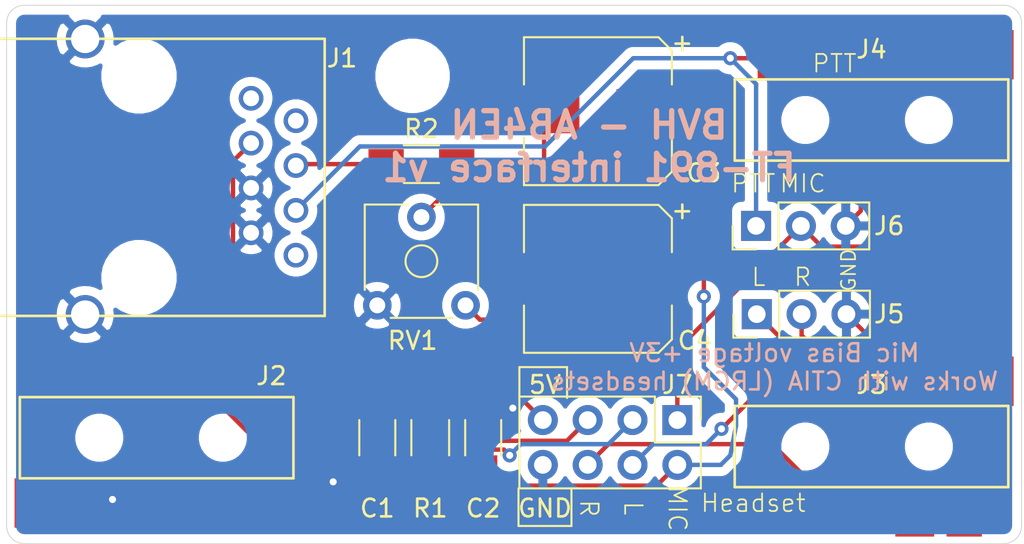
<source format=kicad_pcb>
(kicad_pcb (version 20171130) (host pcbnew 5.1.4-e60b266~84~ubuntu18.04.1)

  (general
    (thickness 1.6)
    (drawings 28)
    (tracks 102)
    (zones 0)
    (modules 15)
    (nets 14)
  )

  (page A4)
  (layers
    (0 F.Cu signal)
    (31 B.Cu signal)
    (32 B.Adhes user)
    (33 F.Adhes user)
    (34 B.Paste user)
    (35 F.Paste user)
    (36 B.SilkS user)
    (37 F.SilkS user)
    (38 B.Mask user)
    (39 F.Mask user)
    (40 Dwgs.User user)
    (41 Cmts.User user)
    (42 Eco1.User user)
    (43 Eco2.User user)
    (44 Edge.Cuts user)
    (45 Margin user)
    (46 B.CrtYd user)
    (47 F.CrtYd user)
    (48 B.Fab user)
    (49 F.Fab user)
  )

  (setup
    (last_trace_width 0.25)
    (trace_clearance 0.2)
    (zone_clearance 0.508)
    (zone_45_only no)
    (trace_min 0.2)
    (via_size 0.8)
    (via_drill 0.4)
    (via_min_size 0.4)
    (via_min_drill 0.3)
    (uvia_size 0.3)
    (uvia_drill 0.1)
    (uvias_allowed no)
    (uvia_min_size 0.2)
    (uvia_min_drill 0.1)
    (edge_width 0.05)
    (segment_width 0.2)
    (pcb_text_width 0.3)
    (pcb_text_size 1.5 1.5)
    (mod_edge_width 0.12)
    (mod_text_size 1 1)
    (mod_text_width 0.15)
    (pad_size 1.524 1.524)
    (pad_drill 0.762)
    (pad_to_mask_clearance 0.051)
    (solder_mask_min_width 0.25)
    (aux_axis_origin 0 0)
    (visible_elements FFFFFF7F)
    (pcbplotparams
      (layerselection 0x010fc_ffffffff)
      (usegerberextensions false)
      (usegerberattributes false)
      (usegerberadvancedattributes false)
      (creategerberjobfile false)
      (excludeedgelayer true)
      (linewidth 0.100000)
      (plotframeref false)
      (viasonmask false)
      (mode 1)
      (useauxorigin false)
      (hpglpennumber 1)
      (hpglpenspeed 20)
      (hpglpendiameter 15.000000)
      (psnegative false)
      (psa4output false)
      (plotreference true)
      (plotvalue true)
      (plotinvisibletext false)
      (padsonsilk false)
      (subtractmaskfromsilk false)
      (outputformat 1)
      (mirror false)
      (drillshape 1)
      (scaleselection 1)
      (outputdirectory ""))
  )

  (net 0 "")
  (net 1 +5V)
  (net 2 Audio_In_Gnd)
  (net 3 Av_Mic)
  (net 4 "Net-(C3-Pad2)")
  (net 5 "Net-(C4-Pad1)")
  (net 6 PTT)
  (net 7 Mic)
  (net 8 Audio_In_L)
  (net 9 Audio_In_R)
  (net 10 "Net-(R2-Pad1)")
  (net 11 Mic_In)
  (net 12 Audio_Out_L)
  (net 13 Audio_Out_R)

  (net_class Default "This is the default net class."
    (clearance 0.2)
    (trace_width 0.25)
    (via_dia 0.8)
    (via_drill 0.4)
    (uvia_dia 0.3)
    (uvia_drill 0.1)
    (add_net +5V)
    (add_net Audio_In_Gnd)
    (add_net Audio_In_L)
    (add_net Audio_In_R)
    (add_net Audio_Out_L)
    (add_net Audio_Out_R)
    (add_net Av_Mic)
    (add_net Mic)
    (add_net Mic_In)
    (add_net "Net-(C3-Pad2)")
    (add_net "Net-(C4-Pad1)")
    (add_net "Net-(R2-Pad1)")
    (add_net PTT)
  )

  (module Mounting_Holes:MountingHole_3.2mm_M3 (layer F.Cu) (tedit 56D1B4CB) (tstamp 5DE2E02C)
    (at 116 100.5)
    (descr "Mounting Hole 3.2mm, no annular, M3")
    (tags "mounting hole 3.2mm no annular m3")
    (attr virtual)
    (fp_text reference REF** (at 0 -4.2) (layer F.SilkS) hide
      (effects (font (size 1 1) (thickness 0.15)))
    )
    (fp_text value MountingHole_3.2mm_M3 (at 0 4.2) (layer F.Fab)
      (effects (font (size 1 1) (thickness 0.15)))
    )
    (fp_text user %R (at 0.3 0) (layer F.Fab)
      (effects (font (size 1 1) (thickness 0.15)))
    )
    (fp_circle (center 0 0) (end 3.2 0) (layer Cmts.User) (width 0.15))
    (fp_circle (center 0 0) (end 3.45 0) (layer F.CrtYd) (width 0.05))
    (pad 1 np_thru_hole circle (at 0 0) (size 3.2 3.2) (drill 3.2) (layers *.Cu *.Mask))
  )

  (module Pin_Headers:Pin_Header_Straight_2x04_Pitch2.54mm (layer F.Cu) (tedit 59650532) (tstamp 5DE2976E)
    (at 131 120 270)
    (descr "Through hole straight pin header, 2x04, 2.54mm pitch, double rows")
    (tags "Through hole pin header THT 2x04 2.54mm double row")
    (path /5DF1ABE0)
    (fp_text reference J7 (at -2 0 180) (layer F.SilkS)
      (effects (font (size 1 1) (thickness 0.15)))
    )
    (fp_text value "Audio Breakout" (at 1.2 3.6 180) (layer F.Fab)
      (effects (font (size 1 1) (thickness 0.15)))
    )
    (fp_line (start 0 -1.27) (end 3.81 -1.27) (layer F.Fab) (width 0.1))
    (fp_line (start 3.81 -1.27) (end 3.81 8.89) (layer F.Fab) (width 0.1))
    (fp_line (start 3.81 8.89) (end -1.27 8.89) (layer F.Fab) (width 0.1))
    (fp_line (start -1.27 8.89) (end -1.27 0) (layer F.Fab) (width 0.1))
    (fp_line (start -1.27 0) (end 0 -1.27) (layer F.Fab) (width 0.1))
    (fp_line (start -1.33 8.95) (end 3.87 8.95) (layer F.SilkS) (width 0.12))
    (fp_line (start -1.33 1.27) (end -1.33 8.95) (layer F.SilkS) (width 0.12))
    (fp_line (start 3.87 -1.33) (end 3.87 8.95) (layer F.SilkS) (width 0.12))
    (fp_line (start -1.33 1.27) (end 1.27 1.27) (layer F.SilkS) (width 0.12))
    (fp_line (start 1.27 1.27) (end 1.27 -1.33) (layer F.SilkS) (width 0.12))
    (fp_line (start 1.27 -1.33) (end 3.87 -1.33) (layer F.SilkS) (width 0.12))
    (fp_line (start -1.33 0) (end -1.33 -1.33) (layer F.SilkS) (width 0.12))
    (fp_line (start -1.33 -1.33) (end 0 -1.33) (layer F.SilkS) (width 0.12))
    (fp_line (start -1.8 -1.8) (end -1.8 9.4) (layer F.CrtYd) (width 0.05))
    (fp_line (start -1.8 9.4) (end 4.35 9.4) (layer F.CrtYd) (width 0.05))
    (fp_line (start 4.35 9.4) (end 4.35 -1.8) (layer F.CrtYd) (width 0.05))
    (fp_line (start 4.35 -1.8) (end -1.8 -1.8) (layer F.CrtYd) (width 0.05))
    (fp_text user %R (at 1.27 3.81) (layer F.Fab)
      (effects (font (size 1 1) (thickness 0.15)))
    )
    (pad 1 thru_hole rect (at 0 0 270) (size 1.7 1.7) (drill 1) (layers *.Cu *.Mask)
      (net 3 Av_Mic))
    (pad 2 thru_hole oval (at 2.54 0 270) (size 1.7 1.7) (drill 1) (layers *.Cu *.Mask)
      (net 11 Mic_In))
    (pad 3 thru_hole oval (at 0 2.54 270) (size 1.7 1.7) (drill 1) (layers *.Cu *.Mask)
      (net 8 Audio_In_L))
    (pad 4 thru_hole oval (at 2.54 2.54 270) (size 1.7 1.7) (drill 1) (layers *.Cu *.Mask)
      (net 12 Audio_Out_L))
    (pad 5 thru_hole oval (at 0 5.08 270) (size 1.7 1.7) (drill 1) (layers *.Cu *.Mask)
      (net 9 Audio_In_R))
    (pad 6 thru_hole oval (at 2.54 5.08 270) (size 1.7 1.7) (drill 1) (layers *.Cu *.Mask)
      (net 13 Audio_Out_R))
    (pad 7 thru_hole oval (at 0 7.62 270) (size 1.7 1.7) (drill 1) (layers *.Cu *.Mask)
      (net 1 +5V))
    (pad 8 thru_hole oval (at 2.54 7.62 270) (size 1.7 1.7) (drill 1) (layers *.Cu *.Mask)
      (net 2 Audio_In_Gnd))
    (model ${KISYS3DMOD}/Pin_Headers.3dshapes/Pin_Header_Straight_2x04_Pitch2.54mm.wrl
      (at (xyz 0 0 0))
      (scale (xyz 1 1 1))
      (rotate (xyz 0 0 0))
    )
  )

  (module BVH_Connectors_Misc:Molex_0855055002_RJ-45_Jack_Shielded_Yaesu_Numbering (layer F.Cu) (tedit 5DE12761) (tstamp 5DE1241C)
    (at 100.5 100.5 270)
    (path /5DE76DAC)
    (fp_text reference J1 (at -1 -11.5 180) (layer F.SilkS)
      (effects (font (size 1 1) (thickness 0.15)))
    )
    (fp_text value "Mic Cable" (at 5.7 -3.1 270) (layer F.Fab)
      (effects (font (size 1 1) (thickness 0.15)))
    )
    (fp_line (start 13.6 -10.52) (end 13.6 7.8) (layer F.SilkS) (width 0.15))
    (fp_line (start -2.1 -10.52) (end 13.6 -10.52) (layer F.SilkS) (width 0.15))
    (fp_line (start -2.1 7.8) (end -2.1 -10.52) (layer F.SilkS) (width 0.15))
    (fp_line (start -2.09 7.8) (end 13.52 7.8) (layer Dwgs.User) (width 0.15))
    (pad SH thru_hole circle (at -2.09 3.05 270) (size 2.2 2.2) (drill 1.6) (layers *.Cu *.Mask)
      (net 2 Audio_In_Gnd))
    (pad SH thru_hole circle (at 13.52 3.05 270) (size 2.2 2.2) (drill 1.6) (layers *.Cu *.Mask)
      (net 2 Audio_In_Gnd))
    (pad 1 thru_hole circle (at 10.16 -8.89 270) (size 1.4 1.4) (drill 0.9) (layers *.Cu *.Mask))
    (pad 2 thru_hole circle (at 8.89 -6.35 270) (size 1.4 1.4) (drill 0.9) (layers *.Cu *.Mask)
      (net 2 Audio_In_Gnd))
    (pad 3 thru_hole circle (at 7.62 -8.89 270) (size 1.4 1.4) (drill 0.9) (layers *.Cu *.Mask)
      (net 6 PTT))
    (pad 4 thru_hole circle (at 6.35 -6.35 270) (size 1.4 1.4) (drill 0.9) (layers *.Cu *.Mask)
      (net 2 Audio_In_Gnd))
    (pad 5 thru_hole circle (at 5.08 -8.89 270) (size 1.4 1.4) (drill 0.9) (layers *.Cu *.Mask)
      (net 7 Mic))
    (pad 6 thru_hole circle (at 3.81 -6.35 270) (size 1.4 1.4) (drill 0.9) (layers *.Cu *.Mask)
      (net 1 +5V))
    (pad 8 thru_hole circle (at 1.27 -6.35 270) (size 1.4 1.4) (drill 0.9) (layers *.Cu *.Mask))
    (pad "" np_thru_hole circle (at 11.43 0 270) (size 3.25 3.25) (drill 3.25) (layers *.Cu *.Mask))
    (pad "" np_thru_hole circle (at 0 0 270) (size 3.25 3.25) (drill 3.25) (layers *.Cu *.Mask))
    (pad 7 thru_hole circle (at 2.54 -8.89 270) (size 1.4 1.4) (drill 0.9) (layers *.Cu *.Mask))
  )

  (module BVH_Connectors_Misc:SJ-43515RS-SMT-TR (layer F.Cu) (tedit 5DE125E7) (tstamp 5DE13046)
    (at 142 103 180)
    (descr https://www.cuidevices.com/product/resource/sj-4351x-smt.pdf)
    (path /5DE78B1F)
    (fp_text reference J4 (at 0 4) (layer F.SilkS)
      (effects (font (size 1 1) (thickness 0.15)))
    )
    (fp_text value PTT (at 0 -1) (layer F.Fab)
      (effects (font (size 1 1) (thickness 0.15)))
    )
    (fp_line (start -8.6 -2.3) (end -7.7 -2.3) (layer Dwgs.User) (width 0.12))
    (fp_line (start -8.6 -1.1) (end -8.6 -2.3) (layer Dwgs.User) (width 0.12))
    (fp_line (start -8.6 2.3) (end -7.8 2.3) (layer Dwgs.User) (width 0.12))
    (fp_line (start -8.6 -1.1) (end -8.6 2.3) (layer Dwgs.User) (width 0.12))
    (fp_line (start -7.75 -2.3) (end -7.75 2.3) (layer F.SilkS) (width 0.15))
    (fp_line (start -7.75 2.3) (end 7.75 2.3) (layer F.SilkS) (width 0.15))
    (fp_line (start 7.75 -2.3) (end 7.75 2.3) (layer F.SilkS) (width 0.15))
    (fp_line (start -7.75 -2.3) (end 7.75 -2.3) (layer F.SilkS) (width 0.15))
    (pad "" np_thru_hole circle (at 3.75 0 180) (size 1.7 1.7) (drill 1.7) (layers *.Cu *.Mask))
    (pad "" np_thru_hole circle (at -3.25 0 180) (size 1.7 1.7) (drill 1.7) (layers *.Cu *.Mask))
    (pad 2 smd rect (at 5.05 3.7 180) (size 2.8 2.8) (layers F.Cu F.Paste F.Mask)
      (net 6 PTT))
    (pad 3 smd rect (at -2.45 -3.7 180) (size 2.2 2.8) (layers F.Cu F.Paste F.Mask))
    (pad 6 smd rect (at -5.25 -3.7 180) (size 2 2.8) (layers F.Cu F.Paste F.Mask))
    (pad 4 smd rect (at -4.25 3.7 180) (size 2.2 2.8) (layers F.Cu F.Paste F.Mask))
    (pad 1 smd rect (at -7.05 3.7 180) (size 2 2.8) (layers F.Cu F.Paste F.Mask)
      (net 2 Audio_In_Gnd))
  )

  (module BVH_Connectors_Misc:SJ-43515RS-SMT-TR (layer F.Cu) (tedit 5DE125E7) (tstamp 5DE11C60)
    (at 142 121.5 180)
    (descr https://www.cuidevices.com/product/resource/sj-4351x-smt.pdf)
    (path /5DE7852A)
    (fp_text reference J3 (at 0 3.5) (layer F.SilkS)
      (effects (font (size 1 1) (thickness 0.15)))
    )
    (fp_text value Headset (at 0 -1.5) (layer F.Fab)
      (effects (font (size 1 1) (thickness 0.15)))
    )
    (fp_line (start -8.6 -2.3) (end -7.7 -2.3) (layer Dwgs.User) (width 0.12))
    (fp_line (start -8.6 -1.1) (end -8.6 -2.3) (layer Dwgs.User) (width 0.12))
    (fp_line (start -8.6 2.3) (end -7.8 2.3) (layer Dwgs.User) (width 0.12))
    (fp_line (start -8.6 -1.1) (end -8.6 2.3) (layer Dwgs.User) (width 0.12))
    (fp_line (start -7.75 -2.3) (end -7.75 2.3) (layer F.SilkS) (width 0.15))
    (fp_line (start -7.75 2.3) (end 7.75 2.3) (layer F.SilkS) (width 0.15))
    (fp_line (start 7.75 -2.3) (end 7.75 2.3) (layer F.SilkS) (width 0.15))
    (fp_line (start -7.75 -2.3) (end 7.75 -2.3) (layer F.SilkS) (width 0.15))
    (pad "" np_thru_hole circle (at 3.75 0 180) (size 1.7 1.7) (drill 1.7) (layers *.Cu *.Mask))
    (pad "" np_thru_hole circle (at -3.25 0 180) (size 1.7 1.7) (drill 1.7) (layers *.Cu *.Mask))
    (pad 2 smd rect (at 5.05 3.7 180) (size 2.8 2.8) (layers F.Cu F.Paste F.Mask)
      (net 12 Audio_Out_L))
    (pad 3 smd rect (at -2.45 -3.7 180) (size 2.2 2.8) (layers F.Cu F.Paste F.Mask)
      (net 13 Audio_Out_R))
    (pad 6 smd rect (at -5.25 -3.7 180) (size 2 2.8) (layers F.Cu F.Paste F.Mask))
    (pad 4 smd rect (at -4.25 3.7 180) (size 2.2 2.8) (layers F.Cu F.Paste F.Mask)
      (net 2 Audio_In_Gnd))
    (pad 1 smd rect (at -7.05 3.7 180) (size 2 2.8) (layers F.Cu F.Paste F.Mask)
      (net 3 Av_Mic))
  )

  (module BVH_Connectors_Misc:SJ-43515RS-SMT-TR (layer F.Cu) (tedit 5DE125E7) (tstamp 5DE11C50)
    (at 101.5 121)
    (descr https://www.cuidevices.com/product/resource/sj-4351x-smt.pdf)
    (path /5DE77EAF)
    (fp_text reference J2 (at 6.5 -3.5) (layer F.SilkS)
      (effects (font (size 1 1) (thickness 0.15)))
    )
    (fp_text value "Audio In" (at 0 -8.2) (layer F.Fab)
      (effects (font (size 1 1) (thickness 0.15)))
    )
    (fp_line (start -8.6 -2.3) (end -7.7 -2.3) (layer Dwgs.User) (width 0.12))
    (fp_line (start -8.6 -1.1) (end -8.6 -2.3) (layer Dwgs.User) (width 0.12))
    (fp_line (start -8.6 2.3) (end -7.8 2.3) (layer Dwgs.User) (width 0.12))
    (fp_line (start -8.6 -1.1) (end -8.6 2.3) (layer Dwgs.User) (width 0.12))
    (fp_line (start -7.75 -2.3) (end -7.75 2.3) (layer F.SilkS) (width 0.15))
    (fp_line (start -7.75 2.3) (end 7.75 2.3) (layer F.SilkS) (width 0.15))
    (fp_line (start 7.75 -2.3) (end 7.75 2.3) (layer F.SilkS) (width 0.15))
    (fp_line (start -7.75 -2.3) (end 7.75 -2.3) (layer F.SilkS) (width 0.15))
    (pad "" np_thru_hole circle (at 3.75 0) (size 1.7 1.7) (drill 1.7) (layers *.Cu *.Mask))
    (pad "" np_thru_hole circle (at -3.25 0) (size 1.7 1.7) (drill 1.7) (layers *.Cu *.Mask))
    (pad 2 smd rect (at 5.05 3.7) (size 2.8 2.8) (layers F.Cu F.Paste F.Mask)
      (net 8 Audio_In_L))
    (pad 3 smd rect (at -2.45 -3.7) (size 2.2 2.8) (layers F.Cu F.Paste F.Mask)
      (net 9 Audio_In_R))
    (pad 6 smd rect (at -5.25 -3.7) (size 2 2.8) (layers F.Cu F.Paste F.Mask))
    (pad 4 smd rect (at -4.25 3.7) (size 2.2 2.8) (layers F.Cu F.Paste F.Mask)
      (net 2 Audio_In_Gnd))
    (pad 1 smd rect (at -7.05 3.7) (size 2 2.8) (layers F.Cu F.Paste F.Mask))
  )

  (module Potentiometers:Potentiometer_Trimmer_ACP_CA6v_Horizontal (layer F.Cu) (tedit 58826B0A) (tstamp 5DE11C7F)
    (at 119 113.5 90)
    (descr "Potentiometer, horizontally mounted, Omeg PC16PU, Omeg PC16PU, Omeg PC16PU, Vishay/Spectrol 248GJ/249GJ Single, Vishay/Spectrol 248GJ/249GJ Single, Vishay/Spectrol 248GJ/249GJ Single, Vishay/Spectrol 248GH/249GH Single, Vishay/Spectrol 148/149 Single, Vishay/Spectrol 148/149 Single, Vishay/Spectrol 148/149 Single, Vishay/Spectrol 148A/149A Single with mounting plates, Vishay/Spectrol 148/149 Double, Vishay/Spectrol 148A/149A Double with mounting plates, Piher PC-16 Single, Piher PC-16 Single, Piher PC-16 Single, Piher PC-16SV Single, Piher PC-16 Double, Piher PC-16 Triple, Piher T16H Single, Piher T16L Single, Piher T16H Double, Alps RK163 Single, Alps RK163 Double, Alps RK097 Single, Alps RK097 Double, Bourns PTV09A-2 Single with mounting sleve Single, Bourns PTV09A-1 with mounting sleve Single, Bourns PRS11S Single, Alps RK09K Single with mounting sleve Single, Alps RK09K with mounting sleve Single, Alps RK09L Single, Alps RK09L Single, Alps RK09L Double, Alps RK09L Double, Alps RK09Y Single, Bourns 3339S Single, Bourns 3339S Single, Bourns 3339P Single, Bourns 3339H Single, Vishay T7YA Single, Suntan TSR-3386H Single, Suntan TSR-3386H Single, Suntan TSR-3386P Single, Vishay T73XX Single, Vishay T73XX Single, Vishay T73YP Single, Piher PT-6h Single, Piher PT-6v Single, Piher PT-6v Single, Piher PT-10h2.5 Single, Piher PT-10h5 Single, Piher PT-101h3.8 Single, Piher PT-10v10 Single, Piher PT-10v10 Single, Piher PT-10v5 Single, Piher PT-15h5 Single, Piher PT-15h2.5 Single, Piher PT-15B Single, Piher PT-15hc5 Single, Piher PT-15v12.5 Single, Piher PT-15v12.5 Single, Piher PT-15v15 Single, Piher PT-15v15 Single, ACP CA6h Single, ACP CA6v Single, http://www.acptechnologies.com/wp-content/uploads/2016/12/ACP-CAT%C3%81LOGO-ENTERO-2016.pdf")
    (tags "Potentiometer horizontal  Omeg PC16PU  Omeg PC16PU  Omeg PC16PU  Vishay/Spectrol 248GJ/249GJ Single  Vishay/Spectrol 248GJ/249GJ Single  Vishay/Spectrol 248GJ/249GJ Single  Vishay/Spectrol 248GH/249GH Single  Vishay/Spectrol 148/149 Single  Vishay/Spectrol 148/149 Single  Vishay/Spectrol 148/149 Single  Vishay/Spectrol 148A/149A Single with mounting plates  Vishay/Spectrol 148/149 Double  Vishay/Spectrol 148A/149A Double with mounting plates  Piher PC-16 Single  Piher PC-16 Single  Piher PC-16 Single  Piher PC-16SV Single  Piher PC-16 Double  Piher PC-16 Triple  Piher T16H Single  Piher T16L Single  Piher T16H Double  Alps RK163 Single  Alps RK163 Double  Alps RK097 Single  Alps RK097 Double  Bourns PTV09A-2 Single with mounting sleve Single  Bourns PTV09A-1 with mounting sleve Single  Bourns PRS11S Single  Alps RK09K Single with mounting sleve Single  Alps RK09K with mounting sleve Single  Alps RK09L Single  Alps RK09L Single  Alps RK09L Double  Alps RK09L Double  Alps RK09Y Single  Bourns 3339S Single  Bourns 3339S Single  Bourns 3339P Single  Bourns 3339H Single  Vishay T7YA Single  Suntan TSR-3386H Single  Suntan TSR-3386H Single  Suntan TSR-3386P Single  Vishay T73XX Single  Vishay T73XX Single  Vishay T73YP Single  Piher PT-6h Single  Piher PT-6v Single  Piher PT-6v Single  Piher PT-10h2.5 Single  Piher PT-10h5 Single  Piher PT-101h3.8 Single  Piher PT-10v10 Single  Piher PT-10v10 Single  Piher PT-10v5 Single  Piher PT-15h5 Single  Piher PT-15h2.5 Single  Piher PT-15B Single  Piher PT-15hc5 Single  Piher PT-15v12.5 Single  Piher PT-15v12.5 Single  Piher PT-15v15 Single  Piher PT-15v15 Single  ACP CA6h Single  ACP CA6v Single")
    (path /5DECD987)
    (fp_text reference RV1 (at -2 -3 180) (layer F.SilkS)
      (effects (font (size 1 1) (thickness 0.15)))
    )
    (fp_text value 1k (at 2.5 -0.5 90) (layer F.Fab)
      (effects (font (size 1 1) (thickness 0.15)))
    )
    (fp_circle (center 2.5 -2.5) (end 3.5 -2.5) (layer F.Fab) (width 0.1))
    (fp_circle (center 2.5 -2.5) (end 3.4 -2.5) (layer F.Fab) (width 0.1))
    (fp_circle (center 2.5 -2.5) (end 3.4 -2.5) (layer F.SilkS) (width 0.12))
    (fp_line (start -0.65 -5.65) (end -0.65 0.65) (layer F.Fab) (width 0.1))
    (fp_line (start -0.65 0.65) (end 5.65 0.65) (layer F.Fab) (width 0.1))
    (fp_line (start 5.65 0.65) (end 5.65 -5.65) (layer F.Fab) (width 0.1))
    (fp_line (start 5.65 -5.65) (end -0.65 -5.65) (layer F.Fab) (width 0.1))
    (fp_line (start 0.873 -5.71) (end 5.71 -5.71) (layer F.SilkS) (width 0.12))
    (fp_line (start 0.873 0.71) (end 5.71 0.71) (layer F.SilkS) (width 0.12))
    (fp_line (start -0.71 -4.242) (end -0.71 -0.757) (layer F.SilkS) (width 0.12))
    (fp_line (start 5.71 -5.71) (end 5.71 -3.257) (layer F.SilkS) (width 0.12))
    (fp_line (start 5.71 -1.742) (end 5.71 0.71) (layer F.SilkS) (width 0.12))
    (fp_line (start -1.1 -6.1) (end -1.1 1.1) (layer F.CrtYd) (width 0.05))
    (fp_line (start -1.1 1.1) (end 6.1 1.1) (layer F.CrtYd) (width 0.05))
    (fp_line (start 6.1 1.1) (end 6.1 -6.1) (layer F.CrtYd) (width 0.05))
    (fp_line (start 6.1 -6.1) (end -1.1 -6.1) (layer F.CrtYd) (width 0.05))
    (pad 3 thru_hole circle (at 0 -5 90) (size 1.62 1.62) (drill 0.9) (layers *.Cu *.Mask)
      (net 2 Audio_In_Gnd))
    (pad 2 thru_hole circle (at 5 -2.5 90) (size 1.62 1.62) (drill 0.9) (layers *.Cu *.Mask)
      (net 10 "Net-(R2-Pad1)"))
    (pad 1 thru_hole circle (at 0 0 90) (size 1.62 1.62) (drill 0.9) (layers *.Cu *.Mask)
      (net 5 "Net-(C4-Pad1)"))
    (model Potentiometers.3dshapes/Potentiometer_Trimmer_ACP_CA6v_Horizontal.wrl
      (at (xyz 0 0 0))
      (scale (xyz 0.393701 0.393701 0.393701))
      (rotate (xyz 0 0 0))
    )
  )

  (module Resistors_SMD:R_1206_HandSoldering (layer F.Cu) (tedit 58E0A804) (tstamp 5DE12162)
    (at 116.5 105.5 180)
    (descr "Resistor SMD 1206, hand soldering")
    (tags "resistor 1206")
    (path /5DECEF34)
    (attr smd)
    (fp_text reference R2 (at 0 2) (layer F.SilkS)
      (effects (font (size 1 1) (thickness 0.15)))
    )
    (fp_text value "6.8 k" (at 0 1.9) (layer F.Fab)
      (effects (font (size 1 1) (thickness 0.15)))
    )
    (fp_text user %R (at 0 0) (layer F.Fab)
      (effects (font (size 0.7 0.7) (thickness 0.105)))
    )
    (fp_line (start -1.6 0.8) (end -1.6 -0.8) (layer F.Fab) (width 0.1))
    (fp_line (start 1.6 0.8) (end -1.6 0.8) (layer F.Fab) (width 0.1))
    (fp_line (start 1.6 -0.8) (end 1.6 0.8) (layer F.Fab) (width 0.1))
    (fp_line (start -1.6 -0.8) (end 1.6 -0.8) (layer F.Fab) (width 0.1))
    (fp_line (start 1 1.07) (end -1 1.07) (layer F.SilkS) (width 0.12))
    (fp_line (start -1 -1.07) (end 1 -1.07) (layer F.SilkS) (width 0.12))
    (fp_line (start -3.25 -1.11) (end 3.25 -1.11) (layer F.CrtYd) (width 0.05))
    (fp_line (start -3.25 -1.11) (end -3.25 1.1) (layer F.CrtYd) (width 0.05))
    (fp_line (start 3.25 1.1) (end 3.25 -1.11) (layer F.CrtYd) (width 0.05))
    (fp_line (start 3.25 1.1) (end -3.25 1.1) (layer F.CrtYd) (width 0.05))
    (pad 1 smd rect (at -2 0 180) (size 2 1.7) (layers F.Cu F.Paste F.Mask)
      (net 10 "Net-(R2-Pad1)"))
    (pad 2 smd rect (at 2 0 180) (size 2 1.7) (layers F.Cu F.Paste F.Mask)
      (net 7 Mic))
    (model ${KISYS3DMOD}/Resistors_SMD.3dshapes/R_1206.wrl
      (at (xyz 0 0 0))
      (scale (xyz 1 1 1))
      (rotate (xyz 0 0 0))
    )
  )

  (module Resistors_SMD:R_1206_HandSoldering (layer F.Cu) (tedit 58E0A804) (tstamp 5DE149FA)
    (at 117 121 270)
    (descr "Resistor SMD 1206, hand soldering")
    (tags "resistor 1206")
    (path /5DEACB19)
    (attr smd)
    (fp_text reference R1 (at 4 0 180) (layer F.SilkS)
      (effects (font (size 1 1) (thickness 0.15)))
    )
    (fp_text value 2.2k (at 0 -2 90) (layer F.Fab)
      (effects (font (size 1 1) (thickness 0.15)))
    )
    (fp_text user %R (at 0 0 90) (layer F.Fab)
      (effects (font (size 0.7 0.7) (thickness 0.105)))
    )
    (fp_line (start -1.6 0.8) (end -1.6 -0.8) (layer F.Fab) (width 0.1))
    (fp_line (start 1.6 0.8) (end -1.6 0.8) (layer F.Fab) (width 0.1))
    (fp_line (start 1.6 -0.8) (end 1.6 0.8) (layer F.Fab) (width 0.1))
    (fp_line (start -1.6 -0.8) (end 1.6 -0.8) (layer F.Fab) (width 0.1))
    (fp_line (start 1 1.07) (end -1 1.07) (layer F.SilkS) (width 0.12))
    (fp_line (start -1 -1.07) (end 1 -1.07) (layer F.SilkS) (width 0.12))
    (fp_line (start -3.25 -1.11) (end 3.25 -1.11) (layer F.CrtYd) (width 0.05))
    (fp_line (start -3.25 -1.11) (end -3.25 1.1) (layer F.CrtYd) (width 0.05))
    (fp_line (start 3.25 1.1) (end 3.25 -1.11) (layer F.CrtYd) (width 0.05))
    (fp_line (start 3.25 1.1) (end -3.25 1.1) (layer F.CrtYd) (width 0.05))
    (pad 1 smd rect (at -2 0 270) (size 2 1.7) (layers F.Cu F.Paste F.Mask)
      (net 1 +5V))
    (pad 2 smd rect (at 2 0 270) (size 2 1.7) (layers F.Cu F.Paste F.Mask)
      (net 11 Mic_In))
    (model ${KISYS3DMOD}/Resistors_SMD.3dshapes/R_1206.wrl
      (at (xyz 0 0 0))
      (scale (xyz 1 1 1))
      (rotate (xyz 0 0 0))
    )
  )

  (module Pin_Headers:Pin_Header_Straight_1x03_Pitch2.54mm (layer F.Cu) (tedit 59650532) (tstamp 5DE130D3)
    (at 135.46 109 90)
    (descr "Through hole straight pin header, 1x03, 2.54mm pitch, single row")
    (tags "Through hole pin header THT 1x03 2.54mm single row")
    (path /5DEC9914)
    (fp_text reference J6 (at 0 7.54 180) (layer F.SilkS)
      (effects (font (size 1 1) (thickness 0.15)))
    )
    (fp_text value "Av Mic Jack" (at 2.5 2.5 180) (layer F.Fab)
      (effects (font (size 1 1) (thickness 0.15)))
    )
    (fp_line (start -0.635 -1.27) (end 1.27 -1.27) (layer F.Fab) (width 0.1))
    (fp_line (start 1.27 -1.27) (end 1.27 6.35) (layer F.Fab) (width 0.1))
    (fp_line (start 1.27 6.35) (end -1.27 6.35) (layer F.Fab) (width 0.1))
    (fp_line (start -1.27 6.35) (end -1.27 -0.635) (layer F.Fab) (width 0.1))
    (fp_line (start -1.27 -0.635) (end -0.635 -1.27) (layer F.Fab) (width 0.1))
    (fp_line (start -1.33 6.41) (end 1.33 6.41) (layer F.SilkS) (width 0.12))
    (fp_line (start -1.33 1.27) (end -1.33 6.41) (layer F.SilkS) (width 0.12))
    (fp_line (start 1.33 1.27) (end 1.33 6.41) (layer F.SilkS) (width 0.12))
    (fp_line (start -1.33 1.27) (end 1.33 1.27) (layer F.SilkS) (width 0.12))
    (fp_line (start -1.33 0) (end -1.33 -1.33) (layer F.SilkS) (width 0.12))
    (fp_line (start -1.33 -1.33) (end 0 -1.33) (layer F.SilkS) (width 0.12))
    (fp_line (start -1.8 -1.8) (end -1.8 6.85) (layer F.CrtYd) (width 0.05))
    (fp_line (start -1.8 6.85) (end 1.8 6.85) (layer F.CrtYd) (width 0.05))
    (fp_line (start 1.8 6.85) (end 1.8 -1.8) (layer F.CrtYd) (width 0.05))
    (fp_line (start 1.8 -1.8) (end -1.8 -1.8) (layer F.CrtYd) (width 0.05))
    (fp_text user %R (at 0 2.54) (layer F.Fab)
      (effects (font (size 1 1) (thickness 0.15)))
    )
    (pad 1 thru_hole rect (at 0 0 90) (size 1.7 1.7) (drill 1) (layers *.Cu *.Mask)
      (net 6 PTT))
    (pad 2 thru_hole oval (at 0 2.54 90) (size 1.7 1.7) (drill 1) (layers *.Cu *.Mask)
      (net 3 Av_Mic))
    (pad 3 thru_hole oval (at 0 5.08 90) (size 1.7 1.7) (drill 1) (layers *.Cu *.Mask)
      (net 2 Audio_In_Gnd))
    (model ${KISYS3DMOD}/Pin_Headers.3dshapes/Pin_Header_Straight_1x03_Pitch2.54mm.wrl
      (at (xyz 0 0 0))
      (scale (xyz 1 1 1))
      (rotate (xyz 0 0 0))
    )
  )

  (module Pin_Headers:Pin_Header_Straight_1x03_Pitch2.54mm (layer F.Cu) (tedit 59650532) (tstamp 5DE13115)
    (at 135.5 114 90)
    (descr "Through hole straight pin header, 1x03, 2.54mm pitch, single row")
    (tags "Through hole pin header THT 1x03 2.54mm single row")
    (path /5DEB8362)
    (fp_text reference J5 (at 0 7.5 180) (layer F.SilkS)
      (effects (font (size 1 1) (thickness 0.15)))
    )
    (fp_text value "Av Audio Jack" (at 2.5 2.5 180) (layer F.Fab)
      (effects (font (size 1 1) (thickness 0.15)))
    )
    (fp_line (start -0.635 -1.27) (end 1.27 -1.27) (layer F.Fab) (width 0.1))
    (fp_line (start 1.27 -1.27) (end 1.27 6.35) (layer F.Fab) (width 0.1))
    (fp_line (start 1.27 6.35) (end -1.27 6.35) (layer F.Fab) (width 0.1))
    (fp_line (start -1.27 6.35) (end -1.27 -0.635) (layer F.Fab) (width 0.1))
    (fp_line (start -1.27 -0.635) (end -0.635 -1.27) (layer F.Fab) (width 0.1))
    (fp_line (start -1.33 6.41) (end 1.33 6.41) (layer F.SilkS) (width 0.12))
    (fp_line (start -1.33 1.27) (end -1.33 6.41) (layer F.SilkS) (width 0.12))
    (fp_line (start 1.33 1.27) (end 1.33 6.41) (layer F.SilkS) (width 0.12))
    (fp_line (start -1.33 1.27) (end 1.33 1.27) (layer F.SilkS) (width 0.12))
    (fp_line (start -1.33 0) (end -1.33 -1.33) (layer F.SilkS) (width 0.12))
    (fp_line (start -1.33 -1.33) (end 0 -1.33) (layer F.SilkS) (width 0.12))
    (fp_line (start -1.8 -1.8) (end -1.8 6.85) (layer F.CrtYd) (width 0.05))
    (fp_line (start -1.8 6.85) (end 1.8 6.85) (layer F.CrtYd) (width 0.05))
    (fp_line (start 1.8 6.85) (end 1.8 -1.8) (layer F.CrtYd) (width 0.05))
    (fp_line (start 1.8 -1.8) (end -1.8 -1.8) (layer F.CrtYd) (width 0.05))
    (fp_text user %R (at 0 2.54) (layer F.Fab)
      (effects (font (size 1 1) (thickness 0.15)))
    )
    (pad 1 thru_hole rect (at 0 0 90) (size 1.7 1.7) (drill 1) (layers *.Cu *.Mask)
      (net 12 Audio_Out_L))
    (pad 2 thru_hole oval (at 0 2.54 90) (size 1.7 1.7) (drill 1) (layers *.Cu *.Mask)
      (net 13 Audio_Out_R))
    (pad 3 thru_hole oval (at 0 5.08 90) (size 1.7 1.7) (drill 1) (layers *.Cu *.Mask)
      (net 2 Audio_In_Gnd))
    (model ${KISYS3DMOD}/Pin_Headers.3dshapes/Pin_Header_Straight_1x03_Pitch2.54mm.wrl
      (at (xyz 0 0 0))
      (scale (xyz 1 1 1))
      (rotate (xyz 0 0 0))
    )
  )

  (module Capacitors_SMD:CP_Elec_8x10 (layer F.Cu) (tedit 58AA9153) (tstamp 5DE11C2C)
    (at 126.5 112 180)
    (descr "SMT capacitor, aluminium electrolytic, 8x10")
    (path /5DECC918)
    (attr smd)
    (fp_text reference C4 (at -5.5 -3.5) (layer F.SilkS)
      (effects (font (size 1 1) (thickness 0.15)))
    )
    (fp_text value "100 uF" (at 0 -5.45) (layer F.Fab)
      (effects (font (size 1 1) (thickness 0.15)))
    )
    (fp_circle (center 0 0) (end -0.6 3.9) (layer F.Fab) (width 0.1))
    (fp_text user + (at -2.31 -0.08) (layer F.Fab)
      (effects (font (size 1 1) (thickness 0.15)))
    )
    (fp_text user + (at -4.78 3.9) (layer F.SilkS)
      (effects (font (size 1 1) (thickness 0.15)))
    )
    (fp_text user %R (at 0 5.45) (layer F.Fab)
      (effects (font (size 1 1) (thickness 0.15)))
    )
    (fp_line (start 4.04 4.04) (end 4.04 -4.04) (layer F.Fab) (width 0.1))
    (fp_line (start -3.37 4.04) (end 4.04 4.04) (layer F.Fab) (width 0.1))
    (fp_line (start -4.04 3.37) (end -3.37 4.04) (layer F.Fab) (width 0.1))
    (fp_line (start -4.04 -3.37) (end -4.04 3.37) (layer F.Fab) (width 0.1))
    (fp_line (start -3.37 -4.04) (end -4.04 -3.37) (layer F.Fab) (width 0.1))
    (fp_line (start 4.04 -4.04) (end -3.37 -4.04) (layer F.Fab) (width 0.1))
    (fp_line (start 4.19 4.19) (end 4.19 1.51) (layer F.SilkS) (width 0.12))
    (fp_line (start 4.19 -4.19) (end 4.19 -1.51) (layer F.SilkS) (width 0.12))
    (fp_line (start -4.19 -3.43) (end -4.19 -1.51) (layer F.SilkS) (width 0.12))
    (fp_line (start -4.19 3.43) (end -4.19 1.51) (layer F.SilkS) (width 0.12))
    (fp_line (start 4.19 4.19) (end -3.43 4.19) (layer F.SilkS) (width 0.12))
    (fp_line (start -3.43 4.19) (end -4.19 3.43) (layer F.SilkS) (width 0.12))
    (fp_line (start -4.19 -3.43) (end -3.43 -4.19) (layer F.SilkS) (width 0.12))
    (fp_line (start -3.43 -4.19) (end 4.19 -4.19) (layer F.SilkS) (width 0.12))
    (fp_line (start -5.3 -4.29) (end 5.3 -4.29) (layer F.CrtYd) (width 0.05))
    (fp_line (start -5.3 -4.29) (end -5.3 4.29) (layer F.CrtYd) (width 0.05))
    (fp_line (start 5.3 4.29) (end 5.3 -4.29) (layer F.CrtYd) (width 0.05))
    (fp_line (start 5.3 4.29) (end -5.3 4.29) (layer F.CrtYd) (width 0.05))
    (pad 1 smd rect (at -3.05 0) (size 4 2.5) (layers F.Cu F.Paste F.Mask)
      (net 5 "Net-(C4-Pad1)"))
    (pad 2 smd rect (at 3.05 0) (size 4 2.5) (layers F.Cu F.Paste F.Mask)
      (net 4 "Net-(C3-Pad2)"))
    (model Capacitors_SMD.3dshapes/CP_Elec_8x10.wrl
      (at (xyz 0 0 0))
      (scale (xyz 1 1 1))
      (rotate (xyz 0 0 180))
    )
  )

  (module Capacitors_SMD:CP_Elec_8x10 (layer F.Cu) (tedit 58AA9153) (tstamp 5DE11C29)
    (at 126.5 102.5 180)
    (descr "SMT capacitor, aluminium electrolytic, 8x10")
    (path /5DECC636)
    (attr smd)
    (fp_text reference C3 (at -6 -3.5) (layer F.SilkS)
      (effects (font (size 1 1) (thickness 0.15)))
    )
    (fp_text value "100 uF" (at 0 -5.45) (layer F.Fab)
      (effects (font (size 1 1) (thickness 0.15)))
    )
    (fp_circle (center 0 0) (end -0.6 3.9) (layer F.Fab) (width 0.1))
    (fp_text user + (at -2.31 -0.08) (layer F.Fab)
      (effects (font (size 1 1) (thickness 0.15)))
    )
    (fp_text user + (at -4.78 3.9) (layer F.SilkS)
      (effects (font (size 1 1) (thickness 0.15)))
    )
    (fp_text user %R (at 0 5.45) (layer F.Fab)
      (effects (font (size 1 1) (thickness 0.15)))
    )
    (fp_line (start 4.04 4.04) (end 4.04 -4.04) (layer F.Fab) (width 0.1))
    (fp_line (start -3.37 4.04) (end 4.04 4.04) (layer F.Fab) (width 0.1))
    (fp_line (start -4.04 3.37) (end -3.37 4.04) (layer F.Fab) (width 0.1))
    (fp_line (start -4.04 -3.37) (end -4.04 3.37) (layer F.Fab) (width 0.1))
    (fp_line (start -3.37 -4.04) (end -4.04 -3.37) (layer F.Fab) (width 0.1))
    (fp_line (start 4.04 -4.04) (end -3.37 -4.04) (layer F.Fab) (width 0.1))
    (fp_line (start 4.19 4.19) (end 4.19 1.51) (layer F.SilkS) (width 0.12))
    (fp_line (start 4.19 -4.19) (end 4.19 -1.51) (layer F.SilkS) (width 0.12))
    (fp_line (start -4.19 -3.43) (end -4.19 -1.51) (layer F.SilkS) (width 0.12))
    (fp_line (start -4.19 3.43) (end -4.19 1.51) (layer F.SilkS) (width 0.12))
    (fp_line (start 4.19 4.19) (end -3.43 4.19) (layer F.SilkS) (width 0.12))
    (fp_line (start -3.43 4.19) (end -4.19 3.43) (layer F.SilkS) (width 0.12))
    (fp_line (start -4.19 -3.43) (end -3.43 -4.19) (layer F.SilkS) (width 0.12))
    (fp_line (start -3.43 -4.19) (end 4.19 -4.19) (layer F.SilkS) (width 0.12))
    (fp_line (start -5.3 -4.29) (end 5.3 -4.29) (layer F.CrtYd) (width 0.05))
    (fp_line (start -5.3 -4.29) (end -5.3 4.29) (layer F.CrtYd) (width 0.05))
    (fp_line (start 5.3 4.29) (end 5.3 -4.29) (layer F.CrtYd) (width 0.05))
    (fp_line (start 5.3 4.29) (end -5.3 4.29) (layer F.CrtYd) (width 0.05))
    (pad 1 smd rect (at -3.05 0) (size 4 2.5) (layers F.Cu F.Paste F.Mask)
      (net 11 Mic_In))
    (pad 2 smd rect (at 3.05 0) (size 4 2.5) (layers F.Cu F.Paste F.Mask)
      (net 4 "Net-(C3-Pad2)"))
    (model Capacitors_SMD.3dshapes/CP_Elec_8x10.wrl
      (at (xyz 0 0 0))
      (scale (xyz 1 1 1))
      (rotate (xyz 0 0 180))
    )
  )

  (module Capacitors_SMD:C_1206_HandSoldering (layer F.Cu) (tedit 58AA84D1) (tstamp 5DE12D54)
    (at 120 121 90)
    (descr "Capacitor SMD 1206, hand soldering")
    (tags "capacitor 1206")
    (path /5DEB67EC)
    (attr smd)
    (fp_text reference C2 (at -4 0 180) (layer F.SilkS)
      (effects (font (size 1 1) (thickness 0.15)))
    )
    (fp_text value 10nF (at 0 -2 90) (layer F.Fab)
      (effects (font (size 1 1) (thickness 0.15)))
    )
    (fp_text user %R (at 0 -1.75 90) (layer F.Fab)
      (effects (font (size 1 1) (thickness 0.15)))
    )
    (fp_line (start -1.6 0.8) (end -1.6 -0.8) (layer F.Fab) (width 0.1))
    (fp_line (start 1.6 0.8) (end -1.6 0.8) (layer F.Fab) (width 0.1))
    (fp_line (start 1.6 -0.8) (end 1.6 0.8) (layer F.Fab) (width 0.1))
    (fp_line (start -1.6 -0.8) (end 1.6 -0.8) (layer F.Fab) (width 0.1))
    (fp_line (start 1 -1.02) (end -1 -1.02) (layer F.SilkS) (width 0.12))
    (fp_line (start -1 1.02) (end 1 1.02) (layer F.SilkS) (width 0.12))
    (fp_line (start -3.25 -1.05) (end 3.25 -1.05) (layer F.CrtYd) (width 0.05))
    (fp_line (start -3.25 -1.05) (end -3.25 1.05) (layer F.CrtYd) (width 0.05))
    (fp_line (start 3.25 1.05) (end 3.25 -1.05) (layer F.CrtYd) (width 0.05))
    (fp_line (start 3.25 1.05) (end -3.25 1.05) (layer F.CrtYd) (width 0.05))
    (pad 1 smd rect (at -2 0 90) (size 2 1.6) (layers F.Cu F.Paste F.Mask)
      (net 11 Mic_In))
    (pad 2 smd rect (at 2 0 90) (size 2 1.6) (layers F.Cu F.Paste F.Mask)
      (net 2 Audio_In_Gnd))
    (model Capacitors_SMD.3dshapes/C_1206.wrl
      (at (xyz 0 0 0))
      (scale (xyz 1 1 1))
      (rotate (xyz 0 0 0))
    )
  )

  (module Capacitors_SMD:C_1206_HandSoldering (layer F.Cu) (tedit 58AA84D1) (tstamp 5DE12D84)
    (at 114 121 270)
    (descr "Capacitor SMD 1206, hand soldering")
    (tags "capacitor 1206")
    (path /5DE7E2A4)
    (attr smd)
    (fp_text reference C1 (at 4 0 180) (layer F.SilkS)
      (effects (font (size 1 1) (thickness 0.15)))
    )
    (fp_text value "10 uF" (at 0 2 90) (layer F.Fab)
      (effects (font (size 1 1) (thickness 0.15)))
    )
    (fp_text user %R (at 0 2 90) (layer F.Fab)
      (effects (font (size 1 1) (thickness 0.15)))
    )
    (fp_line (start -1.6 0.8) (end -1.6 -0.8) (layer F.Fab) (width 0.1))
    (fp_line (start 1.6 0.8) (end -1.6 0.8) (layer F.Fab) (width 0.1))
    (fp_line (start 1.6 -0.8) (end 1.6 0.8) (layer F.Fab) (width 0.1))
    (fp_line (start -1.6 -0.8) (end 1.6 -0.8) (layer F.Fab) (width 0.1))
    (fp_line (start 1 -1.02) (end -1 -1.02) (layer F.SilkS) (width 0.12))
    (fp_line (start -1 1.02) (end 1 1.02) (layer F.SilkS) (width 0.12))
    (fp_line (start -3.25 -1.05) (end 3.25 -1.05) (layer F.CrtYd) (width 0.05))
    (fp_line (start -3.25 -1.05) (end -3.25 1.05) (layer F.CrtYd) (width 0.05))
    (fp_line (start 3.25 1.05) (end 3.25 -1.05) (layer F.CrtYd) (width 0.05))
    (fp_line (start 3.25 1.05) (end -3.25 1.05) (layer F.CrtYd) (width 0.05))
    (pad 1 smd rect (at -2 0 270) (size 2 1.6) (layers F.Cu F.Paste F.Mask)
      (net 1 +5V))
    (pad 2 smd rect (at 2 0 270) (size 2 1.6) (layers F.Cu F.Paste F.Mask)
      (net 2 Audio_In_Gnd))
    (model Capacitors_SMD.3dshapes/C_1206.wrl
      (at (xyz 0 0 0))
      (scale (xyz 1 1 1))
      (rotate (xyz 0 0 0))
    )
  )

  (gr_text Headset (at 135.3 124.7) (layer F.SilkS) (tstamp 5DE320DA)
    (effects (font (size 1 1) (thickness 0.1)))
  )
  (gr_text PTT (at 139.9 99.8) (layer F.SilkS) (tstamp 5DE2E4D0)
    (effects (font (size 1 1) (thickness 0.1)))
  )
  (gr_text GND (at 140.7 111.5 90) (layer F.SilkS) (tstamp 5DE2E444)
    (effects (font (size 0.8 0.8) (thickness 0.1)))
  )
  (gr_text R (at 138.1 111.9) (layer F.SilkS) (tstamp 5DE2E440)
    (effects (font (size 1 1) (thickness 0.1)))
  )
  (gr_text L (at 135.6 111.9) (layer F.SilkS) (tstamp 5DE2E43D)
    (effects (font (size 1 1) (thickness 0.1)))
  )
  (gr_text PTT (at 135.3 106.6) (layer F.SilkS) (tstamp 5DE2E43A)
    (effects (font (size 1 1) (thickness 0.1)))
  )
  (gr_text MIC (at 138.1 106.6) (layer F.SilkS) (tstamp 5DE2E436)
    (effects (font (size 1 1) (thickness 0.1)))
  )
  (gr_line (start 122 126) (end 122 123.87) (layer F.SilkS) (width 0.12))
  (gr_line (start 125 126) (end 122 126) (layer F.SilkS) (width 0.12))
  (gr_line (start 125 123.9) (end 125 126) (layer F.SilkS) (width 0.12) (tstamp 5DE2E390))
  (gr_line (start 124.75 117) (end 124.75 118.75) (layer F.SilkS) (width 0.12))
  (gr_line (start 122.05 117) (end 124.75 117) (layer F.SilkS) (width 0.12))
  (gr_line (start 122.05 118.67) (end 122.05 117) (layer F.SilkS) (width 0.12))
  (gr_text "Mic Bias voltage +3V\nWorks with CTIA (LRGM) headsets" (at 136.5 117) (layer B.SilkS)
    (effects (font (size 1 1) (thickness 0.15)) (justify mirror))
  )
  (gr_text "BVH - AB4EN\nFT-891 interface v1" (at 126 104.5) (layer B.SilkS)
    (effects (font (size 1.5 1.5) (thickness 0.3)) (justify mirror))
  )
  (gr_text R (at 126 125 270) (layer F.SilkS) (tstamp 5DE2DF4A)
    (effects (font (size 1 1) (thickness 0.1)))
  )
  (gr_text L (at 128.5 125 270) (layer F.SilkS) (tstamp 5DE2DF46)
    (effects (font (size 1 1) (thickness 0.1)))
  )
  (gr_text MIC (at 131 125 270) (layer F.SilkS)
    (effects (font (size 1 1) (thickness 0.1)))
  )
  (gr_text GND (at 123.5 125) (layer F.SilkS) (tstamp 5DE2DEFE)
    (effects (font (size 1 1) (thickness 0.15)))
  )
  (gr_text 5V (at 123.5 118) (layer F.SilkS)
    (effects (font (size 1 1) (thickness 0.15)))
  )
  (gr_arc (start 94 126) (end 93 126) (angle -90) (layer Edge.Cuts) (width 0.05))
  (gr_arc (start 149.5 126) (end 149.5 127) (angle -90) (layer Edge.Cuts) (width 0.05))
  (gr_arc (start 149.5 97.5) (end 150.5 97.5) (angle -90) (layer Edge.Cuts) (width 0.05))
  (gr_arc (start 94 97.5) (end 94 96.5) (angle -90) (layer Edge.Cuts) (width 0.05))
  (gr_line (start 150.5 97.5) (end 150.5 126) (layer Edge.Cuts) (width 0.05) (tstamp 5DE14B9C))
  (gr_line (start 94 96.5) (end 149.5 96.5) (layer Edge.Cuts) (width 0.05))
  (gr_line (start 93 126) (end 93 97.5) (layer Edge.Cuts) (width 0.05))
  (gr_line (start 149.5 127) (end 94 127) (layer Edge.Cuts) (width 0.05))

  (segment (start 114 118.8) (end 114 119) (width 0.25) (layer F.Cu) (net 1))
  (segment (start 105.824999 110.624999) (end 114 118.8) (width 0.25) (layer F.Cu) (net 1))
  (segment (start 105.824999 105.335001) (end 105.824999 110.624999) (width 0.25) (layer F.Cu) (net 1))
  (segment (start 106.85 104.31) (end 105.824999 105.335001) (width 0.25) (layer F.Cu) (net 1))
  (segment (start 115.05 119) (end 117 119) (width 0.25) (layer F.Cu) (net 1))
  (segment (start 114 119) (end 115.05 119) (width 0.25) (layer F.Cu) (net 1))
  (segment (start 121.054999 117.674999) (end 122.530001 119.150001) (width 0.25) (layer F.Cu) (net 1))
  (segment (start 118.175001 117.674999) (end 121.054999 117.674999) (width 0.25) (layer F.Cu) (net 1))
  (segment (start 122.530001 119.150001) (end 123.38 120) (width 0.25) (layer F.Cu) (net 1))
  (segment (start 117 119) (end 117 118.85) (width 0.25) (layer F.Cu) (net 1))
  (segment (start 117 118.85) (end 118.175001 117.674999) (width 0.25) (layer F.Cu) (net 1))
  (via (at 99 124.5) (size 0.8) (drill 0.4) (layers F.Cu B.Cu) (net 2))
  (segment (start 97.25 124.7) (end 98.8 124.7) (width 0.25) (layer F.Cu) (net 2))
  (segment (start 98.8 124.7) (end 99 124.5) (width 0.25) (layer F.Cu) (net 2))
  (segment (start 99 124.5) (end 99.5 124.5) (width 0.25) (layer B.Cu) (net 2))
  (via (at 111.5 123.5) (size 0.8) (drill 0.4) (layers F.Cu B.Cu) (net 2))
  (segment (start 114 123) (end 112 123) (width 0.25) (layer F.Cu) (net 2))
  (segment (start 112 123) (end 111.5 123.5) (width 0.25) (layer F.Cu) (net 2))
  (segment (start 144.38 117.8) (end 140.58 114) (width 0.25) (layer F.Cu) (net 2))
  (segment (start 146.25 117.8) (end 144.38 117.8) (width 0.25) (layer F.Cu) (net 2))
  (segment (start 141.389999 108.150001) (end 141.389999 103.110001) (width 0.25) (layer F.Cu) (net 2))
  (segment (start 140.54 109) (end 141.389999 108.150001) (width 0.25) (layer F.Cu) (net 2))
  (segment (start 147.724999 101.025001) (end 149.05 99.7) (width 0.25) (layer F.Cu) (net 2))
  (segment (start 149.05 99.7) (end 149.05 99.3) (width 0.25) (layer F.Cu) (net 2))
  (segment (start 143.474999 101.025001) (end 147.724999 101.025001) (width 0.25) (layer F.Cu) (net 2))
  (segment (start 141.389999 103.110001) (end 143.474999 101.025001) (width 0.25) (layer F.Cu) (net 2))
  (segment (start 120 119) (end 121.35468 119) (width 0.25) (layer F.Cu) (net 2))
  (via (at 121.67734 119.32266) (size 0.8) (drill 0.4) (layers F.Cu B.Cu) (net 2))
  (segment (start 121.35468 119) (end 121.67734 119.32266) (width 0.25) (layer F.Cu) (net 2))
  (segment (start 138.849999 109.849999) (end 138 109) (width 0.25) (layer F.Cu) (net 3))
  (segment (start 139.175001 110.175001) (end 138.849999 109.849999) (width 0.25) (layer F.Cu) (net 3))
  (segment (start 141.825001 110.175001) (end 139.175001 110.175001) (width 0.25) (layer F.Cu) (net 3))
  (segment (start 149.05 117.4) (end 141.825001 110.175001) (width 0.25) (layer F.Cu) (net 3))
  (segment (start 149.05 117.8) (end 149.05 117.4) (width 0.25) (layer F.Cu) (net 3))
  (segment (start 131 116) (end 138 109) (width 0.25) (layer F.Cu) (net 3))
  (segment (start 131 120) (end 131 116) (width 0.25) (layer F.Cu) (net 3))
  (segment (start 117 123) (end 120 123) (width 0.25) (layer F.Cu) (net 11))
  (segment (start 123.45 102.5) (end 123.45 112) (width 0.25) (layer F.Cu) (net 4))
  (segment (start 119.809999 114.309999) (end 119 113.5) (width 0.25) (layer F.Cu) (net 5))
  (segment (start 128.740001 114.309999) (end 119.809999 114.309999) (width 0.25) (layer F.Cu) (net 5))
  (segment (start 129.55 113.5) (end 128.740001 114.309999) (width 0.25) (layer F.Cu) (net 5))
  (segment (start 129.55 112) (end 129.55 113.5) (width 0.25) (layer F.Cu) (net 5))
  (via (at 134 99.5) (size 0.8) (drill 0.4) (layers F.Cu B.Cu) (net 6))
  (segment (start 136.75 99.5) (end 136.95 99.3) (width 0.25) (layer F.Cu) (net 6))
  (segment (start 134 99.5) (end 136.75 99.5) (width 0.25) (layer F.Cu) (net 6))
  (segment (start 135.46 100.96) (end 134 99.5) (width 0.25) (layer B.Cu) (net 6))
  (segment (start 135.46 109) (end 135.46 100.96) (width 0.25) (layer B.Cu) (net 6))
  (segment (start 109.39 108.12) (end 113.01 104.5) (width 0.25) (layer B.Cu) (net 6))
  (segment (start 113.01 104.5) (end 123.5 104.5) (width 0.25) (layer B.Cu) (net 6))
  (segment (start 128.5 99.5) (end 134 99.5) (width 0.25) (layer B.Cu) (net 6))
  (segment (start 123.5 104.5) (end 128.5 99.5) (width 0.25) (layer B.Cu) (net 6))
  (segment (start 109.47 105.5) (end 109.39 105.58) (width 0.25) (layer F.Cu) (net 7))
  (segment (start 114.5 105.5) (end 109.47 105.5) (width 0.25) (layer F.Cu) (net 7))
  (via (at 121.5 122) (size 0.8) (drill 0.4) (layers F.Cu B.Cu) (net 8))
  (segment (start 121.174999 121.674999) (end 121.5 122) (width 0.25) (layer F.Cu) (net 8))
  (segment (start 106.55 124.7) (end 108.2 124.7) (width 0.25) (layer F.Cu) (net 8))
  (segment (start 111.225001 121.674999) (end 121.174999 121.674999) (width 0.25) (layer F.Cu) (net 8))
  (segment (start 108.2 124.7) (end 111.225001 121.674999) (width 0.25) (layer F.Cu) (net 8))
  (segment (start 127.095001 121.364999) (end 127.610001 120.849999) (width 0.25) (layer B.Cu) (net 8))
  (segment (start 122.135001 121.364999) (end 127.095001 121.364999) (width 0.25) (layer B.Cu) (net 8))
  (segment (start 127.610001 120.849999) (end 128.46 120) (width 0.25) (layer B.Cu) (net 8))
  (segment (start 121.5 122) (end 122.135001 121.364999) (width 0.25) (layer B.Cu) (net 8))
  (segment (start 100.4 117.3) (end 99.05 117.3) (width 0.25) (layer F.Cu) (net 9))
  (segment (start 103.289002 117.3) (end 100.4 117.3) (width 0.25) (layer F.Cu) (net 9))
  (segment (start 107.164003 121.175001) (end 103.289002 117.3) (width 0.25) (layer F.Cu) (net 9))
  (segment (start 124.744999 121.175001) (end 107.164003 121.175001) (width 0.25) (layer F.Cu) (net 9))
  (segment (start 125.92 120) (end 124.744999 121.175001) (width 0.25) (layer F.Cu) (net 9))
  (segment (start 136.95 115.45) (end 135.5 114) (width 0.25) (layer F.Cu) (net 12))
  (segment (start 136.95 117.8) (end 136.95 115.45) (width 0.25) (layer F.Cu) (net 12))
  (segment (start 144.45 124.9) (end 144.45 125.2) (width 0.25) (layer F.Cu) (net 13))
  (segment (start 143.1 123.55) (end 144.45 124.9) (width 0.25) (layer F.Cu) (net 13))
  (segment (start 143.1 120.262081) (end 143.1 123.55) (width 0.25) (layer F.Cu) (net 13))
  (segment (start 138.04 115.202081) (end 143.1 120.262081) (width 0.25) (layer F.Cu) (net 13))
  (segment (start 138.04 114) (end 138.04 115.202081) (width 0.25) (layer F.Cu) (net 13))
  (segment (start 118.5 106.5) (end 118.5 105.5) (width 0.25) (layer F.Cu) (net 10))
  (segment (start 116.5 108.5) (end 118.5 106.5) (width 0.25) (layer F.Cu) (net 10))
  (segment (start 129.824999 123.715001) (end 130.150001 123.389999) (width 0.25) (layer F.Cu) (net 11))
  (segment (start 121.765001 123.715001) (end 129.824999 123.715001) (width 0.25) (layer F.Cu) (net 11))
  (segment (start 121.05 123) (end 121.765001 123.715001) (width 0.25) (layer F.Cu) (net 11))
  (segment (start 130.150001 123.389999) (end 131 122.54) (width 0.25) (layer F.Cu) (net 11))
  (segment (start 120 123) (end 121.05 123) (width 0.25) (layer F.Cu) (net 11))
  (segment (start 130.3 102.5) (end 129.55 102.5) (width 0.25) (layer F.Cu) (net 11))
  (segment (start 132.5 104.7) (end 130.3 102.5) (width 0.25) (layer F.Cu) (net 11))
  (segment (start 132.5 113) (end 132.5 104.7) (width 0.25) (layer F.Cu) (net 11))
  (via (at 132.5 113) (size 0.8) (drill 0.4) (layers F.Cu B.Cu) (net 11))
  (segment (start 133.46 122.54) (end 131 122.54) (width 0.25) (layer B.Cu) (net 11))
  (segment (start 134 122) (end 133.46 122.54) (width 0.25) (layer B.Cu) (net 11))
  (segment (start 134.324999 120.324999) (end 134 122) (width 0.25) (layer B.Cu) (net 11))
  (segment (start 134.324999 118.824999) (end 134.324999 120.324999) (width 0.25) (layer B.Cu) (net 11))
  (segment (start 132.5 113) (end 132.5 117) (width 0.25) (layer B.Cu) (net 11))
  (segment (start 132.5 117) (end 134.324999 118.824999) (width 0.25) (layer B.Cu) (net 11))
  (via (at 133.5 120.5) (size 0.8) (drill 0.4) (layers F.Cu B.Cu) (net 12))
  (segment (start 132.635001 121.364999) (end 133.5 120.5) (width 0.25) (layer B.Cu) (net 12))
  (segment (start 128.46 122.54) (end 129.635001 121.364999) (width 0.25) (layer B.Cu) (net 12))
  (segment (start 129.635001 121.364999) (end 132.635001 121.364999) (width 0.25) (layer B.Cu) (net 12))
  (segment (start 136.2 117.8) (end 136.95 117.8) (width 0.25) (layer F.Cu) (net 12))
  (segment (start 133.5 120.5) (end 136.2 117.8) (width 0.25) (layer F.Cu) (net 12))
  (segment (start 136.375997 121.364999) (end 140.210998 125.2) (width 0.25) (layer F.Cu) (net 13))
  (segment (start 143.1 125.2) (end 144.45 125.2) (width 0.25) (layer F.Cu) (net 13))
  (segment (start 140.210998 125.2) (end 143.1 125.2) (width 0.25) (layer F.Cu) (net 13))
  (segment (start 127.095001 121.364999) (end 136.375997 121.364999) (width 0.25) (layer F.Cu) (net 13))
  (segment (start 125.92 122.54) (end 127.095001 121.364999) (width 0.25) (layer F.Cu) (net 13))

  (zone (net 2) (net_name Audio_In_Gnd) (layer B.Cu) (tstamp 0) (hatch edge 0.508)
    (connect_pads (clearance 0.508))
    (min_thickness 0.254)
    (fill yes (arc_segments 32) (thermal_gap 0.508) (thermal_bridge_width 0.508))
    (polygon
      (pts
        (xy 93 96.5) (xy 150.5 96.5) (xy 150.5 127) (xy 93 127)
      )
    )
    (filled_polygon
      (pts
        (xy 96.422893 97.203288) (xy 97.45 98.230395) (xy 98.477107 97.203288) (xy 98.46011 97.16) (xy 149.467721 97.16)
        (xy 149.565424 97.16958) (xy 149.628356 97.18858) (xy 149.686405 97.219445) (xy 149.737343 97.260989) (xy 149.779248 97.311644)
        (xy 149.810515 97.369471) (xy 149.829956 97.432272) (xy 149.84 97.527835) (xy 149.840001 125.967711) (xy 149.83042 126.065424)
        (xy 149.81142 126.128357) (xy 149.780554 126.186406) (xy 149.739011 126.237343) (xy 149.688356 126.279248) (xy 149.630529 126.310515)
        (xy 149.567728 126.329956) (xy 149.472165 126.34) (xy 94.032279 126.34) (xy 93.934576 126.33042) (xy 93.871643 126.31142)
        (xy 93.813594 126.280554) (xy 93.762657 126.239011) (xy 93.720752 126.188356) (xy 93.689485 126.130529) (xy 93.670044 126.067728)
        (xy 93.66 125.972165) (xy 93.66 120.85374) (xy 96.765 120.85374) (xy 96.765 121.14626) (xy 96.822068 121.433158)
        (xy 96.93401 121.703411) (xy 97.096525 121.946632) (xy 97.303368 122.153475) (xy 97.546589 122.31599) (xy 97.816842 122.427932)
        (xy 98.10374 122.485) (xy 98.39626 122.485) (xy 98.683158 122.427932) (xy 98.953411 122.31599) (xy 99.196632 122.153475)
        (xy 99.403475 121.946632) (xy 99.56599 121.703411) (xy 99.677932 121.433158) (xy 99.735 121.14626) (xy 99.735 120.85374)
        (xy 103.765 120.85374) (xy 103.765 121.14626) (xy 103.822068 121.433158) (xy 103.93401 121.703411) (xy 104.096525 121.946632)
        (xy 104.303368 122.153475) (xy 104.546589 122.31599) (xy 104.816842 122.427932) (xy 105.10374 122.485) (xy 105.39626 122.485)
        (xy 105.683158 122.427932) (xy 105.953411 122.31599) (xy 106.196632 122.153475) (xy 106.403475 121.946632) (xy 106.435929 121.898061)
        (xy 120.465 121.898061) (xy 120.465 122.101939) (xy 120.504774 122.301898) (xy 120.582795 122.490256) (xy 120.696063 122.659774)
        (xy 120.840226 122.803937) (xy 121.009744 122.917205) (xy 121.198102 122.995226) (xy 121.398061 123.035) (xy 121.601939 123.035)
        (xy 121.801898 122.995226) (xy 121.95143 122.933287) (xy 122.035843 123.171252) (xy 122.184822 123.421355) (xy 122.379731 123.637588)
        (xy 122.61308 123.811641) (xy 122.875901 123.936825) (xy 123.02311 123.981476) (xy 123.253 123.860155) (xy 123.253 122.667)
        (xy 123.233 122.667) (xy 123.233 122.413) (xy 123.253 122.413) (xy 123.253 122.393) (xy 123.507 122.393)
        (xy 123.507 122.413) (xy 123.527 122.413) (xy 123.527 122.667) (xy 123.507 122.667) (xy 123.507 123.860155)
        (xy 123.73689 123.981476) (xy 123.884099 123.936825) (xy 124.14692 123.811641) (xy 124.380269 123.637588) (xy 124.575178 123.421355)
        (xy 124.644799 123.304477) (xy 124.679294 123.369014) (xy 124.864866 123.595134) (xy 125.090986 123.780706) (xy 125.348966 123.918599)
        (xy 125.628889 124.003513) (xy 125.84705 124.025) (xy 125.99295 124.025) (xy 126.211111 124.003513) (xy 126.491034 123.918599)
        (xy 126.749014 123.780706) (xy 126.975134 123.595134) (xy 127.160706 123.369014) (xy 127.19 123.314209) (xy 127.219294 123.369014)
        (xy 127.404866 123.595134) (xy 127.630986 123.780706) (xy 127.888966 123.918599) (xy 128.168889 124.003513) (xy 128.38705 124.025)
        (xy 128.53295 124.025) (xy 128.751111 124.003513) (xy 129.031034 123.918599) (xy 129.289014 123.780706) (xy 129.515134 123.595134)
        (xy 129.700706 123.369014) (xy 129.73 123.314209) (xy 129.759294 123.369014) (xy 129.944866 123.595134) (xy 130.170986 123.780706)
        (xy 130.428966 123.918599) (xy 130.708889 124.003513) (xy 130.92705 124.025) (xy 131.07295 124.025) (xy 131.291111 124.003513)
        (xy 131.571034 123.918599) (xy 131.829014 123.780706) (xy 132.055134 123.595134) (xy 132.240706 123.369014) (xy 132.277595 123.3)
        (xy 133.422678 123.3) (xy 133.46 123.303676) (xy 133.497322 123.3) (xy 133.497333 123.3) (xy 133.608986 123.289003)
        (xy 133.752247 123.245546) (xy 133.884276 123.174974) (xy 134.000001 123.080001) (xy 134.023803 123.050998) (xy 134.512274 122.562528)
        (xy 134.542533 122.537456) (xy 134.58859 122.480795) (xy 134.634973 122.424277) (xy 134.635822 122.422688) (xy 134.636962 122.421286)
        (xy 134.671111 122.356667) (xy 134.705545 122.292247) (xy 134.706069 122.290519) (xy 134.706911 122.288926) (xy 134.727779 122.218952)
        (xy 134.749002 122.148987) (xy 134.752854 122.109873) (xy 134.899566 121.35374) (xy 136.765 121.35374) (xy 136.765 121.64626)
        (xy 136.822068 121.933158) (xy 136.93401 122.203411) (xy 137.096525 122.446632) (xy 137.303368 122.653475) (xy 137.546589 122.81599)
        (xy 137.816842 122.927932) (xy 138.10374 122.985) (xy 138.39626 122.985) (xy 138.683158 122.927932) (xy 138.953411 122.81599)
        (xy 139.196632 122.653475) (xy 139.403475 122.446632) (xy 139.56599 122.203411) (xy 139.677932 121.933158) (xy 139.735 121.64626)
        (xy 139.735 121.35374) (xy 143.765 121.35374) (xy 143.765 121.64626) (xy 143.822068 121.933158) (xy 143.93401 122.203411)
        (xy 144.096525 122.446632) (xy 144.303368 122.653475) (xy 144.546589 122.81599) (xy 144.816842 122.927932) (xy 145.10374 122.985)
        (xy 145.39626 122.985) (xy 145.683158 122.927932) (xy 145.953411 122.81599) (xy 146.196632 122.653475) (xy 146.403475 122.446632)
        (xy 146.56599 122.203411) (xy 146.677932 121.933158) (xy 146.735 121.64626) (xy 146.735 121.35374) (xy 146.677932 121.066842)
        (xy 146.56599 120.796589) (xy 146.403475 120.553368) (xy 146.196632 120.346525) (xy 145.953411 120.18401) (xy 145.683158 120.072068)
        (xy 145.39626 120.015) (xy 145.10374 120.015) (xy 144.816842 120.072068) (xy 144.546589 120.18401) (xy 144.303368 120.346525)
        (xy 144.096525 120.553368) (xy 143.93401 120.796589) (xy 143.822068 121.066842) (xy 143.765 121.35374) (xy 139.735 121.35374)
        (xy 139.677932 121.066842) (xy 139.56599 120.796589) (xy 139.403475 120.553368) (xy 139.196632 120.346525) (xy 138.953411 120.18401)
        (xy 138.683158 120.072068) (xy 138.39626 120.015) (xy 138.10374 120.015) (xy 137.816842 120.072068) (xy 137.546589 120.18401)
        (xy 137.303368 120.346525) (xy 137.096525 120.553368) (xy 136.93401 120.796589) (xy 136.822068 121.066842) (xy 136.765 121.35374)
        (xy 134.899566 121.35374) (xy 135.063631 120.508175) (xy 135.074002 120.473985) (xy 135.077855 120.434865) (xy 135.078195 120.433113)
        (xy 135.081503 120.397831) (xy 135.084999 120.362332) (xy 135.084999 120.360535) (xy 135.088667 120.321409) (xy 135.084999 120.28588)
        (xy 135.084999 118.862321) (xy 135.088675 118.824998) (xy 135.084999 118.787675) (xy 135.084999 118.787666) (xy 135.074002 118.676013)
        (xy 135.030545 118.532752) (xy 134.959973 118.400723) (xy 134.865 118.284998) (xy 134.836003 118.261201) (xy 133.26 116.685199)
        (xy 133.26 113.703711) (xy 133.303937 113.659774) (xy 133.417205 113.490256) (xy 133.495226 113.301898) (xy 133.52544 113.15)
        (xy 134.011928 113.15) (xy 134.011928 114.85) (xy 134.024188 114.974482) (xy 134.060498 115.09418) (xy 134.119463 115.204494)
        (xy 134.198815 115.301185) (xy 134.295506 115.380537) (xy 134.40582 115.439502) (xy 134.525518 115.475812) (xy 134.65 115.488072)
        (xy 136.35 115.488072) (xy 136.474482 115.475812) (xy 136.59418 115.439502) (xy 136.704494 115.380537) (xy 136.801185 115.301185)
        (xy 136.880537 115.204494) (xy 136.939502 115.09418) (xy 136.960393 115.025313) (xy 136.984866 115.055134) (xy 137.210986 115.240706)
        (xy 137.468966 115.378599) (xy 137.748889 115.463513) (xy 137.96705 115.485) (xy 138.11295 115.485) (xy 138.331111 115.463513)
        (xy 138.611034 115.378599) (xy 138.869014 115.240706) (xy 139.095134 115.055134) (xy 139.280706 114.829014) (xy 139.315201 114.764477)
        (xy 139.384822 114.881355) (xy 139.579731 115.097588) (xy 139.81308 115.271641) (xy 140.075901 115.396825) (xy 140.22311 115.441476)
        (xy 140.453 115.320155) (xy 140.453 114.127) (xy 140.707 114.127) (xy 140.707 115.320155) (xy 140.93689 115.441476)
        (xy 141.084099 115.396825) (xy 141.34692 115.271641) (xy 141.580269 115.097588) (xy 141.775178 114.881355) (xy 141.924157 114.631252)
        (xy 142.021481 114.356891) (xy 141.900814 114.127) (xy 140.707 114.127) (xy 140.453 114.127) (xy 140.433 114.127)
        (xy 140.433 113.873) (xy 140.453 113.873) (xy 140.453 112.679845) (xy 140.707 112.679845) (xy 140.707 113.873)
        (xy 141.900814 113.873) (xy 142.021481 113.643109) (xy 141.924157 113.368748) (xy 141.775178 113.118645) (xy 141.580269 112.902412)
        (xy 141.34692 112.728359) (xy 141.084099 112.603175) (xy 140.93689 112.558524) (xy 140.707 112.679845) (xy 140.453 112.679845)
        (xy 140.22311 112.558524) (xy 140.075901 112.603175) (xy 139.81308 112.728359) (xy 139.579731 112.902412) (xy 139.384822 113.118645)
        (xy 139.315201 113.235523) (xy 139.280706 113.170986) (xy 139.095134 112.944866) (xy 138.869014 112.759294) (xy 138.611034 112.621401)
        (xy 138.331111 112.536487) (xy 138.11295 112.515) (xy 137.96705 112.515) (xy 137.748889 112.536487) (xy 137.468966 112.621401)
        (xy 137.210986 112.759294) (xy 136.984866 112.944866) (xy 136.960393 112.974687) (xy 136.939502 112.90582) (xy 136.880537 112.795506)
        (xy 136.801185 112.698815) (xy 136.704494 112.619463) (xy 136.59418 112.560498) (xy 136.474482 112.524188) (xy 136.35 112.511928)
        (xy 134.65 112.511928) (xy 134.525518 112.524188) (xy 134.40582 112.560498) (xy 134.295506 112.619463) (xy 134.198815 112.698815)
        (xy 134.119463 112.795506) (xy 134.060498 112.90582) (xy 134.024188 113.025518) (xy 134.011928 113.15) (xy 133.52544 113.15)
        (xy 133.535 113.101939) (xy 133.535 112.898061) (xy 133.495226 112.698102) (xy 133.417205 112.509744) (xy 133.303937 112.340226)
        (xy 133.159774 112.196063) (xy 132.990256 112.082795) (xy 132.801898 112.004774) (xy 132.601939 111.965) (xy 132.398061 111.965)
        (xy 132.198102 112.004774) (xy 132.009744 112.082795) (xy 131.840226 112.196063) (xy 131.696063 112.340226) (xy 131.582795 112.509744)
        (xy 131.504774 112.698102) (xy 131.465 112.898061) (xy 131.465 113.101939) (xy 131.504774 113.301898) (xy 131.582795 113.490256)
        (xy 131.696063 113.659774) (xy 131.74 113.703711) (xy 131.740001 116.962668) (xy 131.736324 117) (xy 131.750998 117.148985)
        (xy 131.794454 117.292246) (xy 131.865026 117.424276) (xy 131.936201 117.511002) (xy 131.96 117.540001) (xy 131.988998 117.563799)
        (xy 133.564999 119.139801) (xy 133.564999 119.465) (xy 133.398061 119.465) (xy 133.198102 119.504774) (xy 133.009744 119.582795)
        (xy 132.840226 119.696063) (xy 132.696063 119.840226) (xy 132.582795 120.009744) (xy 132.504774 120.198102) (xy 132.488072 120.282069)
        (xy 132.488072 119.15) (xy 132.475812 119.025518) (xy 132.439502 118.90582) (xy 132.380537 118.795506) (xy 132.301185 118.698815)
        (xy 132.204494 118.619463) (xy 132.09418 118.560498) (xy 131.974482 118.524188) (xy 131.85 118.511928) (xy 130.15 118.511928)
        (xy 130.025518 118.524188) (xy 129.90582 118.560498) (xy 129.795506 118.619463) (xy 129.698815 118.698815) (xy 129.619463 118.795506)
        (xy 129.560498 118.90582) (xy 129.539607 118.974687) (xy 129.515134 118.944866) (xy 129.289014 118.759294) (xy 129.031034 118.621401)
        (xy 128.751111 118.536487) (xy 128.53295 118.515) (xy 128.38705 118.515) (xy 128.168889 118.536487) (xy 127.888966 118.621401)
        (xy 127.630986 118.759294) (xy 127.404866 118.944866) (xy 127.219294 119.170986) (xy 127.19 119.225791) (xy 127.160706 119.170986)
        (xy 126.975134 118.944866) (xy 126.749014 118.759294) (xy 126.491034 118.621401) (xy 126.211111 118.536487) (xy 125.99295 118.515)
        (xy 125.84705 118.515) (xy 125.628889 118.536487) (xy 125.348966 118.621401) (xy 125.090986 118.759294) (xy 124.864866 118.944866)
        (xy 124.679294 119.170986) (xy 124.65 119.225791) (xy 124.620706 119.170986) (xy 124.435134 118.944866) (xy 124.209014 118.759294)
        (xy 123.951034 118.621401) (xy 123.671111 118.536487) (xy 123.45295 118.515) (xy 123.30705 118.515) (xy 123.088889 118.536487)
        (xy 122.808966 118.621401) (xy 122.550986 118.759294) (xy 122.324866 118.944866) (xy 122.139294 119.170986) (xy 122.001401 119.428966)
        (xy 121.916487 119.708889) (xy 121.887815 120) (xy 121.916487 120.291111) (xy 122.001401 120.571034) (xy 122.023462 120.612308)
        (xy 121.986015 120.615996) (xy 121.842754 120.659453) (xy 121.710724 120.730025) (xy 121.634907 120.792247) (xy 121.595 120.824998)
        (xy 121.571201 120.853997) (xy 121.460198 120.965) (xy 121.398061 120.965) (xy 121.198102 121.004774) (xy 121.009744 121.082795)
        (xy 120.840226 121.196063) (xy 120.696063 121.340226) (xy 120.582795 121.509744) (xy 120.504774 121.698102) (xy 120.465 121.898061)
        (xy 106.435929 121.898061) (xy 106.56599 121.703411) (xy 106.677932 121.433158) (xy 106.735 121.14626) (xy 106.735 120.85374)
        (xy 106.677932 120.566842) (xy 106.56599 120.296589) (xy 106.403475 120.053368) (xy 106.196632 119.846525) (xy 105.953411 119.68401)
        (xy 105.683158 119.572068) (xy 105.39626 119.515) (xy 105.10374 119.515) (xy 104.816842 119.572068) (xy 104.546589 119.68401)
        (xy 104.303368 119.846525) (xy 104.096525 120.053368) (xy 103.93401 120.296589) (xy 103.822068 120.566842) (xy 103.765 120.85374)
        (xy 99.735 120.85374) (xy 99.677932 120.566842) (xy 99.56599 120.296589) (xy 99.403475 120.053368) (xy 99.196632 119.846525)
        (xy 98.953411 119.68401) (xy 98.683158 119.572068) (xy 98.39626 119.515) (xy 98.10374 119.515) (xy 97.816842 119.572068)
        (xy 97.546589 119.68401) (xy 97.303368 119.846525) (xy 97.096525 120.053368) (xy 96.93401 120.296589) (xy 96.822068 120.566842)
        (xy 96.765 120.85374) (xy 93.66 120.85374) (xy 93.66 115.226712) (xy 96.422893 115.226712) (xy 96.530726 115.501338)
        (xy 96.837384 115.652216) (xy 97.167585 115.740369) (xy 97.508639 115.762409) (xy 97.847439 115.717489) (xy 98.170966 115.607336)
        (xy 98.369274 115.501338) (xy 98.477107 115.226712) (xy 97.45 114.199605) (xy 96.422893 115.226712) (xy 93.66 115.226712)
        (xy 93.66 114.078639) (xy 95.707591 114.078639) (xy 95.752511 114.417439) (xy 95.862664 114.740966) (xy 95.968662 114.939274)
        (xy 96.243288 115.047107) (xy 97.270395 114.02) (xy 96.243288 112.992893) (xy 95.968662 113.100726) (xy 95.817784 113.407384)
        (xy 95.729631 113.737585) (xy 95.707591 114.078639) (xy 93.66 114.078639) (xy 93.66 112.813288) (xy 96.422893 112.813288)
        (xy 97.45 113.840395) (xy 97.464143 113.826253) (xy 97.643748 114.005858) (xy 97.629605 114.02) (xy 98.656712 115.047107)
        (xy 98.931338 114.939274) (xy 99.082216 114.632616) (xy 99.117662 114.499843) (xy 113.179762 114.499843) (xy 113.252556 114.744832)
        (xy 113.509773 114.866733) (xy 113.785829 114.93611) (xy 114.070115 114.950298) (xy 114.351706 114.908752) (xy 114.619783 114.813068)
        (xy 114.747444 114.744832) (xy 114.820238 114.499843) (xy 114 113.679605) (xy 113.179762 114.499843) (xy 99.117662 114.499843)
        (xy 99.170369 114.302415) (xy 99.192409 113.961361) (xy 99.165207 113.756198) (xy 99.429489 113.932786) (xy 99.840782 114.103149)
        (xy 100.277409 114.19) (xy 100.722591 114.19) (xy 101.159218 114.103149) (xy 101.570511 113.932786) (xy 101.940666 113.685456)
        (xy 102.056007 113.570115) (xy 112.549702 113.570115) (xy 112.591248 113.851706) (xy 112.686932 114.119783) (xy 112.755168 114.247444)
        (xy 113.000157 114.320238) (xy 113.820395 113.5) (xy 114.179605 113.5) (xy 114.999843 114.320238) (xy 115.244832 114.247444)
        (xy 115.366733 113.990227) (xy 115.43611 113.714171) (xy 115.450298 113.429885) (xy 115.439645 113.35768) (xy 117.555 113.35768)
        (xy 117.555 113.64232) (xy 117.61053 113.921491) (xy 117.719457 114.184464) (xy 117.877595 114.421134) (xy 118.078866 114.622405)
        (xy 118.315536 114.780543) (xy 118.578509 114.88947) (xy 118.85768 114.945) (xy 119.14232 114.945) (xy 119.421491 114.88947)
        (xy 119.684464 114.780543) (xy 119.921134 114.622405) (xy 120.122405 114.421134) (xy 120.280543 114.184464) (xy 120.38947 113.921491)
        (xy 120.445 113.64232) (xy 120.445 113.35768) (xy 120.38947 113.078509) (xy 120.280543 112.815536) (xy 120.122405 112.578866)
        (xy 119.921134 112.377595) (xy 119.684464 112.219457) (xy 119.421491 112.11053) (xy 119.14232 112.055) (xy 118.85768 112.055)
        (xy 118.578509 112.11053) (xy 118.315536 112.219457) (xy 118.078866 112.377595) (xy 117.877595 112.578866) (xy 117.719457 112.815536)
        (xy 117.61053 113.078509) (xy 117.555 113.35768) (xy 115.439645 113.35768) (xy 115.408752 113.148294) (xy 115.313068 112.880217)
        (xy 115.244832 112.752556) (xy 114.999843 112.679762) (xy 114.179605 113.5) (xy 113.820395 113.5) (xy 113.000157 112.679762)
        (xy 112.755168 112.752556) (xy 112.633267 113.009773) (xy 112.56389 113.285829) (xy 112.549702 113.570115) (xy 102.056007 113.570115)
        (xy 102.255456 113.370666) (xy 102.502786 113.000511) (xy 102.673149 112.589218) (xy 102.690864 112.500157) (xy 113.179762 112.500157)
        (xy 114 113.320395) (xy 114.820238 112.500157) (xy 114.747444 112.255168) (xy 114.490227 112.133267) (xy 114.214171 112.06389)
        (xy 113.929885 112.049702) (xy 113.648294 112.091248) (xy 113.380217 112.186932) (xy 113.252556 112.255168) (xy 113.179762 112.500157)
        (xy 102.690864 112.500157) (xy 102.76 112.152591) (xy 102.76 111.707409) (xy 102.673149 111.270782) (xy 102.502786 110.859489)
        (xy 102.255456 110.489334) (xy 102.077391 110.311269) (xy 106.108336 110.311269) (xy 106.167797 110.545037) (xy 106.406242 110.655934)
        (xy 106.66174 110.718183) (xy 106.924473 110.72939) (xy 107.184344 110.689125) (xy 107.431366 110.598935) (xy 107.532203 110.545037)
        (xy 107.591664 110.311269) (xy 106.85 109.569605) (xy 106.108336 110.311269) (xy 102.077391 110.311269) (xy 101.940666 110.174544)
        (xy 101.570511 109.927214) (xy 101.159218 109.756851) (xy 100.722591 109.67) (xy 100.277409 109.67) (xy 99.840782 109.756851)
        (xy 99.429489 109.927214) (xy 99.059334 110.174544) (xy 98.744544 110.489334) (xy 98.497214 110.859489) (xy 98.326851 111.270782)
        (xy 98.24 111.707409) (xy 98.24 112.152591) (xy 98.311102 112.510041) (xy 98.062616 112.387784) (xy 97.732415 112.299631)
        (xy 97.391361 112.277591) (xy 97.052561 112.322511) (xy 96.729034 112.432664) (xy 96.530726 112.538662) (xy 96.422893 112.813288)
        (xy 93.66 112.813288) (xy 93.66 109.464473) (xy 105.51061 109.464473) (xy 105.550875 109.724344) (xy 105.641065 109.971366)
        (xy 105.694963 110.072203) (xy 105.928731 110.131664) (xy 106.670395 109.39) (xy 107.029605 109.39) (xy 107.771269 110.131664)
        (xy 108.005037 110.072203) (xy 108.115934 109.833758) (xy 108.178183 109.57826) (xy 108.18939 109.315527) (xy 108.149125 109.055656)
        (xy 108.058935 108.808634) (xy 108.005037 108.707797) (xy 107.771269 108.648336) (xy 107.029605 109.39) (xy 106.670395 109.39)
        (xy 105.928731 108.648336) (xy 105.694963 108.707797) (xy 105.584066 108.946242) (xy 105.521817 109.20174) (xy 105.51061 109.464473)
        (xy 93.66 109.464473) (xy 93.66 107.771269) (xy 106.108336 107.771269) (xy 106.167797 108.005037) (xy 106.406242 108.115934)
        (xy 106.430701 108.121893) (xy 106.268634 108.181065) (xy 106.167797 108.234963) (xy 106.108336 108.468731) (xy 106.85 109.210395)
        (xy 107.591664 108.468731) (xy 107.532203 108.234963) (xy 107.293758 108.124066) (xy 107.269299 108.118107) (xy 107.431366 108.058935)
        (xy 107.532203 108.005037) (xy 107.591664 107.771269) (xy 106.85 107.029605) (xy 106.108336 107.771269) (xy 93.66 107.771269)
        (xy 93.66 106.924473) (xy 105.51061 106.924473) (xy 105.550875 107.184344) (xy 105.641065 107.431366) (xy 105.694963 107.532203)
        (xy 105.928731 107.591664) (xy 106.670395 106.85) (xy 107.029605 106.85) (xy 107.771269 107.591664) (xy 108.005037 107.532203)
        (xy 108.115934 107.293758) (xy 108.178183 107.03826) (xy 108.18939 106.775527) (xy 108.149125 106.515656) (xy 108.058935 106.268634)
        (xy 108.005037 106.167797) (xy 107.771269 106.108336) (xy 107.029605 106.85) (xy 106.670395 106.85) (xy 105.928731 106.108336)
        (xy 105.694963 106.167797) (xy 105.584066 106.406242) (xy 105.521817 106.66174) (xy 105.51061 106.924473) (xy 93.66 106.924473)
        (xy 93.66 99.616712) (xy 96.422893 99.616712) (xy 96.530726 99.891338) (xy 96.837384 100.042216) (xy 97.167585 100.130369)
        (xy 97.508639 100.152409) (xy 97.847439 100.107489) (xy 98.170966 99.997336) (xy 98.310551 99.922726) (xy 98.24 100.277409)
        (xy 98.24 100.722591) (xy 98.326851 101.159218) (xy 98.497214 101.570511) (xy 98.744544 101.940666) (xy 99.059334 102.255456)
        (xy 99.429489 102.502786) (xy 99.840782 102.673149) (xy 100.277409 102.76) (xy 100.722591 102.76) (xy 101.159218 102.673149)
        (xy 101.570511 102.502786) (xy 101.940666 102.255456) (xy 102.255456 101.940666) (xy 102.457347 101.638514) (xy 105.515 101.638514)
        (xy 105.515 101.901486) (xy 105.566304 102.159405) (xy 105.666939 102.402359) (xy 105.813038 102.621013) (xy 105.998987 102.806962)
        (xy 106.217641 102.953061) (xy 106.42753 103.04) (xy 106.217641 103.126939) (xy 105.998987 103.273038) (xy 105.813038 103.458987)
        (xy 105.666939 103.677641) (xy 105.566304 103.920595) (xy 105.515 104.178514) (xy 105.515 104.441486) (xy 105.566304 104.699405)
        (xy 105.666939 104.942359) (xy 105.813038 105.161013) (xy 105.998987 105.346962) (xy 106.217641 105.493061) (xy 106.431444 105.581621)
        (xy 106.268634 105.641065) (xy 106.167797 105.694963) (xy 106.108336 105.928731) (xy 106.85 106.670395) (xy 107.591664 105.928731)
        (xy 107.532203 105.694963) (xy 107.293758 105.584066) (xy 107.274173 105.579294) (xy 107.482359 105.493061) (xy 107.701013 105.346962)
        (xy 107.886962 105.161013) (xy 108.033061 104.942359) (xy 108.133696 104.699405) (xy 108.185 104.441486) (xy 108.185 104.178514)
        (xy 108.133696 103.920595) (xy 108.033061 103.677641) (xy 107.886962 103.458987) (xy 107.701013 103.273038) (xy 107.482359 103.126939)
        (xy 107.27247 103.04) (xy 107.482359 102.953061) (xy 107.549028 102.908514) (xy 108.055 102.908514) (xy 108.055 103.171486)
        (xy 108.106304 103.429405) (xy 108.206939 103.672359) (xy 108.353038 103.891013) (xy 108.538987 104.076962) (xy 108.757641 104.223061)
        (xy 108.96753 104.31) (xy 108.757641 104.396939) (xy 108.538987 104.543038) (xy 108.353038 104.728987) (xy 108.206939 104.947641)
        (xy 108.106304 105.190595) (xy 108.055 105.448514) (xy 108.055 105.711486) (xy 108.106304 105.969405) (xy 108.206939 106.212359)
        (xy 108.353038 106.431013) (xy 108.538987 106.616962) (xy 108.757641 106.763061) (xy 108.96753 106.85) (xy 108.757641 106.936939)
        (xy 108.538987 107.083038) (xy 108.353038 107.268987) (xy 108.206939 107.487641) (xy 108.106304 107.730595) (xy 108.055 107.988514)
        (xy 108.055 108.251486) (xy 108.106304 108.509405) (xy 108.206939 108.752359) (xy 108.353038 108.971013) (xy 108.538987 109.156962)
        (xy 108.757641 109.303061) (xy 108.96753 109.39) (xy 108.757641 109.476939) (xy 108.538987 109.623038) (xy 108.353038 109.808987)
        (xy 108.206939 110.027641) (xy 108.106304 110.270595) (xy 108.055 110.528514) (xy 108.055 110.791486) (xy 108.106304 111.049405)
        (xy 108.206939 111.292359) (xy 108.353038 111.511013) (xy 108.538987 111.696962) (xy 108.757641 111.843061) (xy 109.000595 111.943696)
        (xy 109.258514 111.995) (xy 109.521486 111.995) (xy 109.779405 111.943696) (xy 110.022359 111.843061) (xy 110.241013 111.696962)
        (xy 110.426962 111.511013) (xy 110.573061 111.292359) (xy 110.673696 111.049405) (xy 110.725 110.791486) (xy 110.725 110.528514)
        (xy 110.673696 110.270595) (xy 110.573061 110.027641) (xy 110.426962 109.808987) (xy 110.241013 109.623038) (xy 110.022359 109.476939)
        (xy 109.81247 109.39) (xy 110.022359 109.303061) (xy 110.241013 109.156962) (xy 110.426962 108.971013) (xy 110.573061 108.752359)
        (xy 110.673696 108.509405) (xy 110.703876 108.35768) (xy 115.055 108.35768) (xy 115.055 108.64232) (xy 115.11053 108.921491)
        (xy 115.219457 109.184464) (xy 115.377595 109.421134) (xy 115.578866 109.622405) (xy 115.815536 109.780543) (xy 116.078509 109.88947)
        (xy 116.35768 109.945) (xy 116.64232 109.945) (xy 116.921491 109.88947) (xy 117.184464 109.780543) (xy 117.421134 109.622405)
        (xy 117.622405 109.421134) (xy 117.780543 109.184464) (xy 117.88947 108.921491) (xy 117.945 108.64232) (xy 117.945 108.35768)
        (xy 117.88947 108.078509) (xy 117.780543 107.815536) (xy 117.622405 107.578866) (xy 117.421134 107.377595) (xy 117.184464 107.219457)
        (xy 116.921491 107.11053) (xy 116.64232 107.055) (xy 116.35768 107.055) (xy 116.078509 107.11053) (xy 115.815536 107.219457)
        (xy 115.578866 107.377595) (xy 115.377595 107.578866) (xy 115.219457 107.815536) (xy 115.11053 108.078509) (xy 115.055 108.35768)
        (xy 110.703876 108.35768) (xy 110.725 108.251486) (xy 110.725 107.988514) (xy 110.703645 107.881156) (xy 113.324802 105.26)
        (xy 123.462678 105.26) (xy 123.5 105.263676) (xy 123.537322 105.26) (xy 123.537333 105.26) (xy 123.648986 105.249003)
        (xy 123.792247 105.205546) (xy 123.924276 105.134974) (xy 124.040001 105.040001) (xy 124.063804 105.010997) (xy 128.814802 100.26)
        (xy 133.296289 100.26) (xy 133.340226 100.303937) (xy 133.509744 100.417205) (xy 133.698102 100.495226) (xy 133.898061 100.535)
        (xy 133.960199 100.535) (xy 134.700001 101.274803) (xy 134.7 107.511928) (xy 134.61 107.511928) (xy 134.485518 107.524188)
        (xy 134.36582 107.560498) (xy 134.255506 107.619463) (xy 134.158815 107.698815) (xy 134.079463 107.795506) (xy 134.020498 107.90582)
        (xy 133.984188 108.025518) (xy 133.971928 108.15) (xy 133.971928 109.85) (xy 133.984188 109.974482) (xy 134.020498 110.09418)
        (xy 134.079463 110.204494) (xy 134.158815 110.301185) (xy 134.255506 110.380537) (xy 134.36582 110.439502) (xy 134.485518 110.475812)
        (xy 134.61 110.488072) (xy 136.31 110.488072) (xy 136.434482 110.475812) (xy 136.55418 110.439502) (xy 136.664494 110.380537)
        (xy 136.761185 110.301185) (xy 136.840537 110.204494) (xy 136.899502 110.09418) (xy 136.920393 110.025313) (xy 136.944866 110.055134)
        (xy 137.170986 110.240706) (xy 137.428966 110.378599) (xy 137.708889 110.463513) (xy 137.92705 110.485) (xy 138.07295 110.485)
        (xy 138.291111 110.463513) (xy 138.571034 110.378599) (xy 138.829014 110.240706) (xy 139.055134 110.055134) (xy 139.240706 109.829014)
        (xy 139.275201 109.764477) (xy 139.344822 109.881355) (xy 139.539731 110.097588) (xy 139.77308 110.271641) (xy 140.035901 110.396825)
        (xy 140.18311 110.441476) (xy 140.413 110.320155) (xy 140.413 109.127) (xy 140.667 109.127) (xy 140.667 110.320155)
        (xy 140.89689 110.441476) (xy 141.044099 110.396825) (xy 141.30692 110.271641) (xy 141.540269 110.097588) (xy 141.735178 109.881355)
        (xy 141.884157 109.631252) (xy 141.981481 109.356891) (xy 141.860814 109.127) (xy 140.667 109.127) (xy 140.413 109.127)
        (xy 140.393 109.127) (xy 140.393 108.873) (xy 140.413 108.873) (xy 140.413 107.679845) (xy 140.667 107.679845)
        (xy 140.667 108.873) (xy 141.860814 108.873) (xy 141.981481 108.643109) (xy 141.884157 108.368748) (xy 141.735178 108.118645)
        (xy 141.540269 107.902412) (xy 141.30692 107.728359) (xy 141.044099 107.603175) (xy 140.89689 107.558524) (xy 140.667 107.679845)
        (xy 140.413 107.679845) (xy 140.18311 107.558524) (xy 140.035901 107.603175) (xy 139.77308 107.728359) (xy 139.539731 107.902412)
        (xy 139.344822 108.118645) (xy 139.275201 108.235523) (xy 139.240706 108.170986) (xy 139.055134 107.944866) (xy 138.829014 107.759294)
        (xy 138.571034 107.621401) (xy 138.291111 107.536487) (xy 138.07295 107.515) (xy 137.92705 107.515) (xy 137.708889 107.536487)
        (xy 137.428966 107.621401) (xy 137.170986 107.759294) (xy 136.944866 107.944866) (xy 136.920393 107.974687) (xy 136.899502 107.90582)
        (xy 136.840537 107.795506) (xy 136.761185 107.698815) (xy 136.664494 107.619463) (xy 136.55418 107.560498) (xy 136.434482 107.524188)
        (xy 136.31 107.511928) (xy 136.22 107.511928) (xy 136.22 102.85374) (xy 136.765 102.85374) (xy 136.765 103.14626)
        (xy 136.822068 103.433158) (xy 136.93401 103.703411) (xy 137.096525 103.946632) (xy 137.303368 104.153475) (xy 137.546589 104.31599)
        (xy 137.816842 104.427932) (xy 138.10374 104.485) (xy 138.39626 104.485) (xy 138.683158 104.427932) (xy 138.953411 104.31599)
        (xy 139.196632 104.153475) (xy 139.403475 103.946632) (xy 139.56599 103.703411) (xy 139.677932 103.433158) (xy 139.735 103.14626)
        (xy 139.735 102.85374) (xy 143.765 102.85374) (xy 143.765 103.14626) (xy 143.822068 103.433158) (xy 143.93401 103.703411)
        (xy 144.096525 103.946632) (xy 144.303368 104.153475) (xy 144.546589 104.31599) (xy 144.816842 104.427932) (xy 145.10374 104.485)
        (xy 145.39626 104.485) (xy 145.683158 104.427932) (xy 145.953411 104.31599) (xy 146.196632 104.153475) (xy 146.403475 103.946632)
        (xy 146.56599 103.703411) (xy 146.677932 103.433158) (xy 146.735 103.14626) (xy 146.735 102.85374) (xy 146.677932 102.566842)
        (xy 146.56599 102.296589) (xy 146.403475 102.053368) (xy 146.196632 101.846525) (xy 145.953411 101.68401) (xy 145.683158 101.572068)
        (xy 145.39626 101.515) (xy 145.10374 101.515) (xy 144.816842 101.572068) (xy 144.546589 101.68401) (xy 144.303368 101.846525)
        (xy 144.096525 102.053368) (xy 143.93401 102.296589) (xy 143.822068 102.566842) (xy 143.765 102.85374) (xy 139.735 102.85374)
        (xy 139.677932 102.566842) (xy 139.56599 102.296589) (xy 139.403475 102.053368) (xy 139.196632 101.846525) (xy 138.953411 101.68401)
        (xy 138.683158 101.572068) (xy 138.39626 101.515) (xy 138.10374 101.515) (xy 137.816842 101.572068) (xy 137.546589 101.68401)
        (xy 137.303368 101.846525) (xy 137.096525 102.053368) (xy 136.93401 102.296589) (xy 136.822068 102.566842) (xy 136.765 102.85374)
        (xy 136.22 102.85374) (xy 136.22 100.997323) (xy 136.223676 100.96) (xy 136.22 100.922677) (xy 136.22 100.922667)
        (xy 136.209003 100.811014) (xy 136.165546 100.667753) (xy 136.094974 100.535724) (xy 136.000001 100.419999) (xy 135.971003 100.396201)
        (xy 135.035 99.460199) (xy 135.035 99.398061) (xy 134.995226 99.198102) (xy 134.917205 99.009744) (xy 134.803937 98.840226)
        (xy 134.659774 98.696063) (xy 134.490256 98.582795) (xy 134.301898 98.504774) (xy 134.101939 98.465) (xy 133.898061 98.465)
        (xy 133.698102 98.504774) (xy 133.509744 98.582795) (xy 133.340226 98.696063) (xy 133.296289 98.74) (xy 128.537323 98.74)
        (xy 128.5 98.736324) (xy 128.462677 98.74) (xy 128.462667 98.74) (xy 128.351014 98.750997) (xy 128.207753 98.794454)
        (xy 128.075724 98.865026) (xy 127.959999 98.959999) (xy 127.936201 98.988997) (xy 123.185199 103.74) (xy 113.047322 103.74)
        (xy 113.009999 103.736324) (xy 112.972676 103.74) (xy 112.972667 103.74) (xy 112.861014 103.750997) (xy 112.717753 103.794454)
        (xy 112.585723 103.865026) (xy 112.518013 103.920595) (xy 112.469999 103.959999) (xy 112.446201 103.988997) (xy 110.725 105.710198)
        (xy 110.725 105.448514) (xy 110.673696 105.190595) (xy 110.573061 104.947641) (xy 110.426962 104.728987) (xy 110.241013 104.543038)
        (xy 110.022359 104.396939) (xy 109.81247 104.31) (xy 110.022359 104.223061) (xy 110.241013 104.076962) (xy 110.426962 103.891013)
        (xy 110.573061 103.672359) (xy 110.673696 103.429405) (xy 110.725 103.171486) (xy 110.725 102.908514) (xy 110.673696 102.650595)
        (xy 110.573061 102.407641) (xy 110.426962 102.188987) (xy 110.241013 102.003038) (xy 110.022359 101.856939) (xy 109.779405 101.756304)
        (xy 109.521486 101.705) (xy 109.258514 101.705) (xy 109.000595 101.756304) (xy 108.757641 101.856939) (xy 108.538987 102.003038)
        (xy 108.353038 102.188987) (xy 108.206939 102.407641) (xy 108.106304 102.650595) (xy 108.055 102.908514) (xy 107.549028 102.908514)
        (xy 107.701013 102.806962) (xy 107.886962 102.621013) (xy 108.033061 102.402359) (xy 108.133696 102.159405) (xy 108.185 101.901486)
        (xy 108.185 101.638514) (xy 108.133696 101.380595) (xy 108.033061 101.137641) (xy 107.886962 100.918987) (xy 107.701013 100.733038)
        (xy 107.482359 100.586939) (xy 107.239405 100.486304) (xy 106.981486 100.435) (xy 106.718514 100.435) (xy 106.460595 100.486304)
        (xy 106.217641 100.586939) (xy 105.998987 100.733038) (xy 105.813038 100.918987) (xy 105.666939 101.137641) (xy 105.566304 101.380595)
        (xy 105.515 101.638514) (xy 102.457347 101.638514) (xy 102.502786 101.570511) (xy 102.673149 101.159218) (xy 102.76 100.722591)
        (xy 102.76 100.279872) (xy 113.765 100.279872) (xy 113.765 100.720128) (xy 113.85089 101.151925) (xy 114.019369 101.558669)
        (xy 114.263962 101.924729) (xy 114.575271 102.236038) (xy 114.941331 102.480631) (xy 115.348075 102.64911) (xy 115.779872 102.735)
        (xy 116.220128 102.735) (xy 116.651925 102.64911) (xy 117.058669 102.480631) (xy 117.424729 102.236038) (xy 117.736038 101.924729)
        (xy 117.980631 101.558669) (xy 118.14911 101.151925) (xy 118.235 100.720128) (xy 118.235 100.279872) (xy 118.14911 99.848075)
        (xy 117.980631 99.441331) (xy 117.736038 99.075271) (xy 117.424729 98.763962) (xy 117.058669 98.519369) (xy 116.651925 98.35089)
        (xy 116.220128 98.265) (xy 115.779872 98.265) (xy 115.348075 98.35089) (xy 114.941331 98.519369) (xy 114.575271 98.763962)
        (xy 114.263962 99.075271) (xy 114.019369 99.441331) (xy 113.85089 99.848075) (xy 113.765 100.279872) (xy 102.76 100.279872)
        (xy 102.76 100.277409) (xy 102.673149 99.840782) (xy 102.502786 99.429489) (xy 102.255456 99.059334) (xy 101.940666 98.744544)
        (xy 101.570511 98.497214) (xy 101.159218 98.326851) (xy 100.722591 98.24) (xy 100.277409 98.24) (xy 99.840782 98.326851)
        (xy 99.429489 98.497214) (xy 99.171859 98.669357) (xy 99.192409 98.351361) (xy 99.147489 98.012561) (xy 99.037336 97.689034)
        (xy 98.931338 97.490726) (xy 98.656712 97.382893) (xy 97.629605 98.41) (xy 97.643748 98.424143) (xy 97.464143 98.603748)
        (xy 97.45 98.589605) (xy 96.422893 99.616712) (xy 93.66 99.616712) (xy 93.66 98.468639) (xy 95.707591 98.468639)
        (xy 95.752511 98.807439) (xy 95.862664 99.130966) (xy 95.968662 99.329274) (xy 96.243288 99.437107) (xy 97.270395 98.41)
        (xy 96.243288 97.382893) (xy 95.968662 97.490726) (xy 95.817784 97.797384) (xy 95.729631 98.127585) (xy 95.707591 98.468639)
        (xy 93.66 98.468639) (xy 93.66 97.532279) (xy 93.66958 97.434576) (xy 93.68858 97.371644) (xy 93.719445 97.313595)
        (xy 93.760989 97.262657) (xy 93.811644 97.220752) (xy 93.869471 97.189485) (xy 93.932272 97.170044) (xy 94.027835 97.16)
        (xy 96.43989 97.16)
      )
    )
  )
)

</source>
